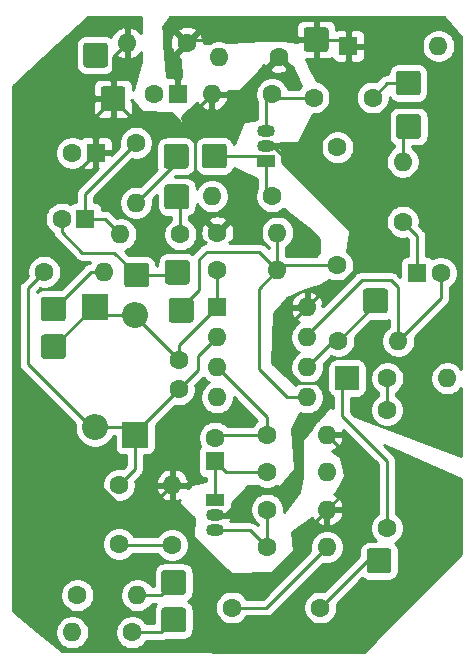
<source format=gbr>
%TF.GenerationSoftware,KiCad,Pcbnew,5.1.9*%
%TF.CreationDate,2021-04-20T14:37:20+02:00*%
%TF.ProjectId,ts908,74733930-382e-46b6-9963-61645f706362,rev?*%
%TF.SameCoordinates,Original*%
%TF.FileFunction,Copper,L1,Top*%
%TF.FilePolarity,Positive*%
%FSLAX46Y46*%
G04 Gerber Fmt 4.6, Leading zero omitted, Abs format (unit mm)*
G04 Created by KiCad (PCBNEW 5.1.9) date 2021-04-20 14:37:20*
%MOMM*%
%LPD*%
G01*
G04 APERTURE LIST*
%TA.AperFunction,ComponentPad*%
%ADD10C,1.600000*%
%TD*%
%TA.AperFunction,ComponentPad*%
%ADD11R,1.600000X1.600000*%
%TD*%
%TA.AperFunction,ComponentPad*%
%ADD12O,1.600000X1.600000*%
%TD*%
%TA.AperFunction,ComponentPad*%
%ADD13R,1.500000X1.050000*%
%TD*%
%TA.AperFunction,ComponentPad*%
%ADD14O,1.500000X1.050000*%
%TD*%
%TA.AperFunction,ComponentPad*%
%ADD15O,2.200000X2.200000*%
%TD*%
%TA.AperFunction,ComponentPad*%
%ADD16R,2.200000X2.200000*%
%TD*%
%TA.AperFunction,Conductor*%
%ADD17C,0.250000*%
%TD*%
%TA.AperFunction,Conductor*%
%ADD18C,0.254000*%
%TD*%
%TA.AperFunction,Conductor*%
%ADD19C,0.100000*%
%TD*%
G04 APERTURE END LIST*
D10*
%TO.P,C4,2*%
%TO.N,Net-(C4-Pad2)*%
X246170000Y-117700000D03*
D11*
%TO.P,C4,1*%
%TO.N,Net-(C4-Pad1)*%
X246170000Y-119700000D03*
%TD*%
D10*
%TO.P,C8,2*%
%TO.N,Net-(C8-Pad2)*%
X260720000Y-115350000D03*
%TO.P,C8,1*%
%TO.N,Net-(C8-Pad1)*%
X260720000Y-125350000D03*
%TD*%
%TO.P,P1,1*%
%TO.N,Net-(P1-Pad1)*%
%TA.AperFunction,ComponentPad*%
G36*
G01*
X231440000Y-107600001D02*
X231440000Y-105999999D01*
G75*
G02*
X231689999Y-105750000I249999J0D01*
G01*
X233290001Y-105750000D01*
G75*
G02*
X233540000Y-105999999I0J-249999D01*
G01*
X233540000Y-107600001D01*
G75*
G02*
X233290001Y-107850000I-249999J0D01*
G01*
X231689999Y-107850000D01*
G75*
G02*
X231440000Y-107600001I0J249999D01*
G01*
G37*
%TD.AperFunction*%
%TD*%
D12*
%TO.P,U1,8*%
%TO.N,+9V*%
X253960000Y-106670000D03*
%TO.P,U1,4*%
%TO.N,GND*%
X246340000Y-114290000D03*
%TO.P,U1,7*%
%TO.N,Net-(C9-Pad2)*%
X253960000Y-109210000D03*
%TO.P,U1,3*%
%TO.N,Net-(C4-Pad2)*%
X246340000Y-111750000D03*
%TO.P,U1,6*%
%TO.N,Net-(P3-Pad1)*%
X253960000Y-111750000D03*
%TO.P,U1,2*%
%TO.N,Net-(C5-Pad2)*%
X246340000Y-109210000D03*
%TO.P,U1,5*%
%TO.N,Net-(C7-Pad1)*%
X253960000Y-114290000D03*
D11*
%TO.P,U1,1*%
%TO.N,Net-(C5-Pad1)*%
X246340000Y-106670000D03*
%TD*%
D10*
%TO.P,R2,1*%
%TO.N,VCC*%
X251550000Y-85460000D03*
D12*
%TO.P,R2,2*%
%TO.N,GND*%
X246470000Y-85460000D03*
%TD*%
D10*
%TO.P,C6,2*%
%TO.N,Net-(C6-Pad2)*%
X238030000Y-126700000D03*
%TO.P,C6,1*%
%TO.N,Net-(C5-Pad2)*%
X238030000Y-121700000D03*
%TD*%
%TO.P,S3,1*%
%TO.N,Net-(Q2-Pad1)*%
%TA.AperFunction,ComponentPad*%
G36*
G01*
X245299999Y-92810000D02*
X246900001Y-92810000D01*
G75*
G02*
X247150000Y-93059999I0J-249999D01*
G01*
X247150000Y-94660001D01*
G75*
G02*
X246900001Y-94910000I-249999J0D01*
G01*
X245299999Y-94910000D01*
G75*
G02*
X245050000Y-94660001I0J249999D01*
G01*
X245050000Y-93059999D01*
G75*
G02*
X245299999Y-92810000I249999J0D01*
G01*
G37*
%TD.AperFunction*%
%TD*%
D12*
%TO.P,R19,2*%
%TO.N,GND*%
X234080000Y-134190000D03*
D10*
%TO.P,R19,1*%
%TO.N,Net-(R19-Pad1)*%
X239160000Y-134190000D03*
%TD*%
%TO.P,P5,1*%
%TO.N,Net-(C7-Pad1)*%
%TA.AperFunction,ComponentPad*%
G36*
G01*
X242250000Y-107720001D02*
X242250000Y-106119999D01*
G75*
G02*
X242499999Y-105870000I249999J0D01*
G01*
X244100001Y-105870000D01*
G75*
G02*
X244350000Y-106119999I0J-249999D01*
G01*
X244350000Y-107720001D01*
G75*
G02*
X244100001Y-107970000I-249999J0D01*
G01*
X242499999Y-107970000D01*
G75*
G02*
X242250000Y-107720001I0J249999D01*
G01*
G37*
%TD.AperFunction*%
%TD*%
D13*
%TO.P,Q2,1*%
%TO.N,Net-(Q2-Pad1)*%
X250470000Y-94250000D03*
D14*
%TO.P,Q2,3*%
%TO.N,Net-(C10-Pad1)*%
X250470000Y-91710000D03*
%TO.P,Q2,2*%
%TO.N,+9V*%
X250470000Y-92980000D03*
%TD*%
D10*
%TO.P,R13,1*%
%TO.N,Net-(C10-Pad1)*%
X250990000Y-88630000D03*
D12*
%TO.P,R13,2*%
%TO.N,VCC*%
X245910000Y-88630000D03*
%TD*%
%TO.P,R8,2*%
%TO.N,Net-(C7-Pad1)*%
X251460000Y-103505000D03*
D10*
%TO.P,R8,1*%
%TO.N,Net-(C5-Pad1)*%
X246380000Y-103505000D03*
%TD*%
D12*
%TO.P,R5,2*%
%TO.N,VCC*%
X255650000Y-117435000D03*
D10*
%TO.P,R5,1*%
%TO.N,Net-(C4-Pad2)*%
X250570000Y-117435000D03*
%TD*%
%TO.P,C11,2*%
%TO.N,Net-(C11-Pad2)*%
X233180000Y-99160000D03*
D11*
%TO.P,C11,1*%
%TO.N,Net-(C11-Pad1)*%
X235180000Y-99160000D03*
%TD*%
%TO.P,C2,1*%
%TO.N,VCC*%
X236080000Y-93590000D03*
D10*
%TO.P,C2,2*%
%TO.N,GND*%
X234080000Y-93590000D03*
%TD*%
%TO.P,C9,2*%
%TO.N,Net-(C9-Pad2)*%
X265290000Y-103750000D03*
D11*
%TO.P,C9,1*%
%TO.N,Net-(C9-Pad1)*%
X263290000Y-103750000D03*
%TD*%
%TO.P,C1,1*%
%TO.N,+9V*%
X243010000Y-88580000D03*
D10*
%TO.P,C1,2*%
%TO.N,GND*%
X241010000Y-88580000D03*
%TD*%
%TO.P,C7,2*%
%TO.N,GND*%
X256540000Y-93120000D03*
%TO.P,C7,1*%
%TO.N,Net-(C7-Pad1)*%
X256540000Y-103120000D03*
%TD*%
%TO.P,S1,1*%
%TO.N,Net-(C3-Pad2)*%
%TA.AperFunction,ComponentPad*%
G36*
G01*
X261100000Y-127329999D02*
X261100000Y-128930001D01*
G75*
G02*
X260850001Y-129180000I-249999J0D01*
G01*
X259249999Y-129180000D01*
G75*
G02*
X259000000Y-128930001I0J249999D01*
G01*
X259000000Y-127329999D01*
G75*
G02*
X259249999Y-127080000I249999J0D01*
G01*
X260850001Y-127080000D01*
G75*
G02*
X261100000Y-127329999I0J-249999D01*
G01*
G37*
%TD.AperFunction*%
%TD*%
D12*
%TO.P,R16,2*%
%TO.N,Net-(R16-Pad2)*%
X239480000Y-97810000D03*
D10*
%TO.P,R16,1*%
%TO.N,Net-(C11-Pad1)*%
X239480000Y-92730000D03*
%TD*%
D12*
%TO.P,R18,2*%
%TO.N,Net-(R18-Pad2)*%
X239600000Y-131040000D03*
D10*
%TO.P,R18,1*%
%TO.N,GND*%
X234520000Y-131040000D03*
%TD*%
D13*
%TO.P,Q1,1*%
%TO.N,Net-(C4-Pad1)*%
X246200000Y-123010000D03*
D14*
%TO.P,Q1,3*%
%TO.N,Net-(Q1-Pad3)*%
X246200000Y-125550000D03*
%TO.P,Q1,2*%
%TO.N,+9V*%
X246200000Y-124280000D03*
%TD*%
%TO.P,P3,1*%
%TO.N,Net-(P3-Pad1)*%
%TA.AperFunction,ComponentPad*%
G36*
G01*
X260560001Y-107160000D02*
X258959999Y-107160000D01*
G75*
G02*
X258710000Y-106910001I0J249999D01*
G01*
X258710000Y-105309999D01*
G75*
G02*
X258959999Y-105060000I249999J0D01*
G01*
X260560001Y-105060000D01*
G75*
G02*
X260810000Y-105309999I0J-249999D01*
G01*
X260810000Y-106910001D01*
G75*
G02*
X260560001Y-107160000I-249999J0D01*
G01*
G37*
%TD.AperFunction*%
%TD*%
%TO.P,S7,1*%
%TO.N,Net-(R19-Pad1)*%
%TA.AperFunction,ComponentPad*%
G36*
G01*
X241620000Y-133925001D02*
X241620000Y-132324999D01*
G75*
G02*
X241869999Y-132075000I249999J0D01*
G01*
X243470001Y-132075000D01*
G75*
G02*
X243720000Y-132324999I0J-249999D01*
G01*
X243720000Y-133925001D01*
G75*
G02*
X243470001Y-134175000I-249999J0D01*
G01*
X241869999Y-134175000D01*
G75*
G02*
X241620000Y-133925001I0J249999D01*
G01*
G37*
%TD.AperFunction*%
%TD*%
D12*
%TO.P,R7,2*%
%TO.N,VCC*%
X242540000Y-121710000D03*
D10*
%TO.P,R7,1*%
%TO.N,Net-(C6-Pad2)*%
X242540000Y-126790000D03*
%TD*%
%TO.P,S4,1*%
%TO.N,Net-(R15-Pad1)*%
%TA.AperFunction,ComponentPad*%
G36*
G01*
X243980000Y-96509999D02*
X243980000Y-98110001D01*
G75*
G02*
X243730001Y-98360000I-249999J0D01*
G01*
X242129999Y-98360000D01*
G75*
G02*
X241880000Y-98110001I0J249999D01*
G01*
X241880000Y-96509999D01*
G75*
G02*
X242129999Y-96260000I249999J0D01*
G01*
X243730001Y-96260000D01*
G75*
G02*
X243980000Y-96509999I0J-249999D01*
G01*
G37*
%TD.AperFunction*%
%TD*%
D12*
%TO.P,R15,2*%
%TO.N,Net-(C11-Pad1)*%
X238160000Y-100490000D03*
D10*
%TO.P,R15,1*%
%TO.N,Net-(R15-Pad1)*%
X243240000Y-100490000D03*
%TD*%
%TO.P,S2,1*%
%TO.N,Net-(C11-Pad2)*%
%TA.AperFunction,ComponentPad*%
G36*
G01*
X240330001Y-104980000D02*
X238729999Y-104980000D01*
G75*
G02*
X238480000Y-104730001I0J249999D01*
G01*
X238480000Y-103129999D01*
G75*
G02*
X238729999Y-102880000I249999J0D01*
G01*
X240330001Y-102880000D01*
G75*
G02*
X240580000Y-103129999I0J-249999D01*
G01*
X240580000Y-104730001D01*
G75*
G02*
X240330001Y-104980000I-249999J0D01*
G01*
G37*
%TD.AperFunction*%
%TD*%
%TO.P,9V1,1*%
%TO.N,+9V*%
%TA.AperFunction,ComponentPad*%
G36*
G01*
X255530001Y-85040000D02*
X253929999Y-85040000D01*
G75*
G02*
X253680000Y-84790001I0J249999D01*
G01*
X253680000Y-83189999D01*
G75*
G02*
X253929999Y-82940000I249999J0D01*
G01*
X255530001Y-82940000D01*
G75*
G02*
X255780000Y-83189999I0J-249999D01*
G01*
X255780000Y-84790001D01*
G75*
G02*
X255530001Y-85040000I-249999J0D01*
G01*
G37*
%TD.AperFunction*%
%TD*%
D12*
%TO.P,R1,2*%
%TO.N,VCC*%
X238720000Y-84280000D03*
D10*
%TO.P,R1,1*%
%TO.N,+9V*%
X243800000Y-84280000D03*
%TD*%
D15*
%TO.P,D3,2*%
%TO.N,Net-(C5-Pad2)*%
X236010000Y-116810000D03*
D16*
%TO.P,D3,1*%
%TO.N,Net-(C5-Pad1)*%
X236010000Y-106650000D03*
%TD*%
%TO.P,S8,1*%
%TO.N,Net-(R18-Pad2)*%
%TA.AperFunction,ComponentPad*%
G36*
G01*
X241620000Y-130750001D02*
X241620000Y-129149999D01*
G75*
G02*
X241869999Y-128900000I249999J0D01*
G01*
X243470001Y-128900000D01*
G75*
G02*
X243720000Y-129149999I0J-249999D01*
G01*
X243720000Y-130750001D01*
G75*
G02*
X243470001Y-131000000I-249999J0D01*
G01*
X241869999Y-131000000D01*
G75*
G02*
X241620000Y-130750001I0J249999D01*
G01*
G37*
%TD.AperFunction*%
%TD*%
D12*
%TO.P,R3,2*%
%TO.N,Net-(C3-Pad1)*%
X255650000Y-126960000D03*
D10*
%TO.P,R3,1*%
%TO.N,Net-(Q1-Pad3)*%
X250570000Y-126960000D03*
%TD*%
%TO.P,GND1,1*%
%TO.N,GND*%
%TA.AperFunction,ComponentPad*%
G36*
G01*
X236860001Y-86370000D02*
X235259999Y-86370000D01*
G75*
G02*
X235010000Y-86120001I0J249999D01*
G01*
X235010000Y-84519999D01*
G75*
G02*
X235259999Y-84270000I249999J0D01*
G01*
X236860001Y-84270000D01*
G75*
G02*
X237110000Y-84519999I0J-249999D01*
G01*
X237110000Y-86120001D01*
G75*
G02*
X236860001Y-86370000I-249999J0D01*
G01*
G37*
%TD.AperFunction*%
%TD*%
%TO.P,P7,1*%
%TO.N,Net-(C10-Pad2)*%
%TA.AperFunction,ComponentPad*%
G36*
G01*
X263340001Y-88720000D02*
X261739999Y-88720000D01*
G75*
G02*
X261490000Y-88470001I0J249999D01*
G01*
X261490000Y-86869999D01*
G75*
G02*
X261739999Y-86620000I249999J0D01*
G01*
X263340001Y-86620000D01*
G75*
G02*
X263590000Y-86869999I0J-249999D01*
G01*
X263590000Y-88470001D01*
G75*
G02*
X263340001Y-88720000I-249999J0D01*
G01*
G37*
%TD.AperFunction*%
%TD*%
D12*
%TO.P,R10,2*%
%TO.N,GND*%
X265840000Y-112680000D03*
D10*
%TO.P,R10,1*%
%TO.N,Net-(C8-Pad2)*%
X260760000Y-112680000D03*
%TD*%
%TO.P,S5,1*%
%TO.N,Net-(R16-Pad2)*%
%TA.AperFunction,ComponentPad*%
G36*
G01*
X243680001Y-94930000D02*
X242079999Y-94930000D01*
G75*
G02*
X241830000Y-94680001I0J249999D01*
G01*
X241830000Y-93079999D01*
G75*
G02*
X242079999Y-92830000I249999J0D01*
G01*
X243680001Y-92830000D01*
G75*
G02*
X243930000Y-93079999I0J-249999D01*
G01*
X243930000Y-94680001D01*
G75*
G02*
X243680001Y-94930000I-249999J0D01*
G01*
G37*
%TD.AperFunction*%
%TD*%
%TO.P,C5,2*%
%TO.N,Net-(C5-Pad2)*%
X243120000Y-113600000D03*
%TO.P,C5,1*%
%TO.N,Net-(C5-Pad1)*%
X243120000Y-111100000D03*
%TD*%
D12*
%TO.P,R4,2*%
%TO.N,VCC*%
X255650000Y-123785000D03*
D10*
%TO.P,R4,1*%
%TO.N,Net-(Q1-Pad3)*%
X250570000Y-123785000D03*
%TD*%
D12*
%TO.P,D1,2*%
%TO.N,GND*%
X265090000Y-84540000D03*
D11*
%TO.P,D1,1*%
%TO.N,+9V*%
X257470000Y-84540000D03*
%TD*%
%TO.P,P2,1*%
%TO.N,Net-(C5-Pad1)*%
%TA.AperFunction,ComponentPad*%
G36*
G01*
X231450000Y-110800001D02*
X231450000Y-109199999D01*
G75*
G02*
X231699999Y-108950000I249999J0D01*
G01*
X233300001Y-108950000D01*
G75*
G02*
X233550000Y-109199999I0J-249999D01*
G01*
X233550000Y-110800001D01*
G75*
G02*
X233300001Y-111050000I-249999J0D01*
G01*
X231699999Y-111050000D01*
G75*
G02*
X231450000Y-110800001I0J249999D01*
G01*
G37*
%TD.AperFunction*%
%TD*%
%TO.P,P8,1*%
%TO.N,VCC*%
%TA.AperFunction,ComponentPad*%
G36*
G01*
X236739999Y-87960000D02*
X238340001Y-87960000D01*
G75*
G02*
X238590000Y-88209999I0J-249999D01*
G01*
X238590000Y-89810001D01*
G75*
G02*
X238340001Y-90060000I-249999J0D01*
G01*
X236739999Y-90060000D01*
G75*
G02*
X236490000Y-89810001I0J249999D01*
G01*
X236490000Y-88209999D01*
G75*
G02*
X236739999Y-87960000I249999J0D01*
G01*
G37*
%TD.AperFunction*%
%TD*%
D12*
%TO.P,R11,2*%
%TO.N,Net-(C9-Pad2)*%
X261690000Y-109510000D03*
D10*
%TO.P,R11,1*%
%TO.N,Net-(P3-Pad1)*%
X256610000Y-109510000D03*
%TD*%
%TO.P,C10,2*%
%TO.N,Net-(C10-Pad2)*%
X259510000Y-88900000D03*
%TO.P,C10,1*%
%TO.N,Net-(C10-Pad1)*%
X254510000Y-88900000D03*
%TD*%
%TO.P,C3,2*%
%TO.N,Net-(C3-Pad2)*%
X255090000Y-132080000D03*
%TO.P,C3,1*%
%TO.N,Net-(C3-Pad1)*%
X247590000Y-132080000D03*
%TD*%
D12*
%TO.P,R6,2*%
%TO.N,Net-(P1-Pad1)*%
X236790000Y-103650000D03*
D10*
%TO.P,R6,1*%
%TO.N,Net-(C5-Pad2)*%
X231710000Y-103650000D03*
%TD*%
%TO.P,P4,1*%
%TO.N,Net-(C8-Pad1)*%
%TA.AperFunction,ComponentPad*%
G36*
G01*
X256300000Y-113450001D02*
X256300000Y-111849999D01*
G75*
G02*
X256549999Y-111600000I249999J0D01*
G01*
X258150001Y-111600000D01*
G75*
G02*
X258400000Y-111849999I0J-249999D01*
G01*
X258400000Y-113450001D01*
G75*
G02*
X258150001Y-113700000I-249999J0D01*
G01*
X256549999Y-113700000D01*
G75*
G02*
X256300000Y-113450001I0J249999D01*
G01*
G37*
%TD.AperFunction*%
%TD*%
D12*
%TO.P,R12,2*%
%TO.N,Net-(P6-Pad1)*%
X262060000Y-94330000D03*
D10*
%TO.P,R12,1*%
%TO.N,Net-(C9-Pad1)*%
X262060000Y-99410000D03*
%TD*%
%TO.P,P6,1*%
%TO.N,Net-(P6-Pad1)*%
%TA.AperFunction,ComponentPad*%
G36*
G01*
X263360001Y-92400000D02*
X261759999Y-92400000D01*
G75*
G02*
X261510000Y-92150001I0J249999D01*
G01*
X261510000Y-90549999D01*
G75*
G02*
X261759999Y-90300000I249999J0D01*
G01*
X263360001Y-90300000D01*
G75*
G02*
X263610000Y-90549999I0J-249999D01*
G01*
X263610000Y-92150001D01*
G75*
G02*
X263360001Y-92400000I-249999J0D01*
G01*
G37*
%TD.AperFunction*%
%TD*%
%TO.P,S6,1*%
%TO.N,Net-(C11-Pad2)*%
%TA.AperFunction,ComponentPad*%
G36*
G01*
X244030000Y-102889999D02*
X244030000Y-104490001D01*
G75*
G02*
X243780001Y-104740000I-249999J0D01*
G01*
X242179999Y-104740000D01*
G75*
G02*
X241930000Y-104490001I0J249999D01*
G01*
X241930000Y-102889999D01*
G75*
G02*
X242179999Y-102640000I249999J0D01*
G01*
X243780001Y-102640000D01*
G75*
G02*
X244030000Y-102889999I0J-249999D01*
G01*
G37*
%TD.AperFunction*%
%TD*%
D12*
%TO.P,R9,2*%
%TO.N,Net-(C7-Pad1)*%
X251460000Y-100330000D03*
D10*
%TO.P,R9,1*%
%TO.N,VCC*%
X246380000Y-100330000D03*
%TD*%
D12*
%TO.P,R14,2*%
%TO.N,GND*%
X245910000Y-97260000D03*
D10*
%TO.P,R14,1*%
%TO.N,Net-(Q2-Pad1)*%
X250990000Y-97260000D03*
%TD*%
D12*
%TO.P,R17,2*%
%TO.N,GND*%
X255650000Y-120610000D03*
D10*
%TO.P,R17,1*%
%TO.N,Net-(C4-Pad1)*%
X250570000Y-120610000D03*
%TD*%
D15*
%TO.P,D2,2*%
%TO.N,Net-(C5-Pad1)*%
X239400000Y-107280000D03*
D16*
%TO.P,D2,1*%
%TO.N,Net-(C5-Pad2)*%
X239400000Y-117440000D03*
%TD*%
D17*
%TO.N,+9V*%
X243010000Y-85070000D02*
X243800000Y-84280000D01*
X243010000Y-88580000D02*
X243010000Y-85070000D01*
X250470000Y-92980000D02*
X249870000Y-92980000D01*
X256920000Y-83990000D02*
X257470000Y-84540000D01*
X254730000Y-83990000D02*
X256920000Y-83990000D01*
X251060002Y-92980000D02*
X250470000Y-92980000D01*
X258130000Y-100049998D02*
X251060002Y-92980000D01*
X246200000Y-124280000D02*
X246990000Y-124280000D01*
X246990000Y-124280000D02*
X249130000Y-122140000D01*
X249130000Y-122140000D02*
X251760000Y-122140000D01*
X251760000Y-122140000D02*
X253210000Y-120690000D01*
X253210000Y-120690000D02*
X253210000Y-117280000D01*
X253210000Y-117280000D02*
X255360000Y-115130000D01*
X255360000Y-115130000D02*
X255360000Y-113590000D01*
X255360000Y-113590000D02*
X254800000Y-113030000D01*
X254800000Y-113030000D02*
X253336410Y-113030000D01*
X253336410Y-113030000D02*
X252360000Y-112053590D01*
X252360000Y-108270000D02*
X253960000Y-106670000D01*
X252360000Y-112053590D02*
X252360000Y-108270000D01*
X244090000Y-83990000D02*
X243800000Y-84280000D01*
X254730000Y-83990000D02*
X244090000Y-83990000D01*
X250470000Y-92980000D02*
X253350000Y-92980000D01*
X257470000Y-88860000D02*
X257470000Y-84540000D01*
X253350000Y-92980000D02*
X257470000Y-88860000D01*
X253960000Y-106670000D02*
X256170000Y-104460000D01*
X256170000Y-104460000D02*
X257130000Y-104460000D01*
X258130000Y-103460000D02*
X258130000Y-103340000D01*
X257130000Y-104460000D02*
X258130000Y-103460000D01*
X258130000Y-103340000D02*
X258130000Y-100049998D01*
%TO.N,VCC*%
X255650000Y-117435000D02*
X257450000Y-119235000D01*
X257450000Y-121985000D02*
X255650000Y-123785000D01*
X257450000Y-119235000D02*
X257450000Y-121985000D01*
X248380000Y-88630000D02*
X251550000Y-85460000D01*
X245910000Y-88630000D02*
X248380000Y-88630000D01*
X246380000Y-100330000D02*
X248040000Y-98670000D01*
X248040000Y-98670000D02*
X248040000Y-96840000D01*
X248040000Y-96840000D02*
X246850000Y-95650000D01*
X246850000Y-95650000D02*
X245060000Y-95650000D01*
X245060000Y-95650000D02*
X244440000Y-95030000D01*
X244440000Y-95030000D02*
X244440000Y-92660000D01*
X239220000Y-90690000D02*
X237540000Y-89010000D01*
X242470000Y-90690000D02*
X239220000Y-90690000D01*
X236080000Y-90470000D02*
X237540000Y-89010000D01*
X236080000Y-93590000D02*
X236080000Y-90470000D01*
X237540000Y-85460000D02*
X238720000Y-84280000D01*
X237540000Y-89010000D02*
X237540000Y-85460000D01*
X243655000Y-90885000D02*
X243655000Y-91875000D01*
X245910000Y-88630000D02*
X243655000Y-90885000D01*
X243655000Y-91875000D02*
X242470000Y-90690000D01*
X244440000Y-92660000D02*
X243655000Y-91875000D01*
X242540000Y-123317095D02*
X244120000Y-124897095D01*
X242540000Y-121710000D02*
X242540000Y-123317095D01*
X244120000Y-124897095D02*
X244120000Y-126180000D01*
X244120000Y-126180000D02*
X247530000Y-129590000D01*
X247530000Y-129590000D02*
X251110000Y-129590000D01*
X251110000Y-129590000D02*
X253240000Y-127460000D01*
X253240000Y-126195000D02*
X255650000Y-123785000D01*
X253240000Y-127460000D02*
X253240000Y-126195000D01*
X242540000Y-121710000D02*
X239670000Y-124580000D01*
X239244998Y-124580000D02*
X229859991Y-115194993D01*
X239670000Y-124580000D02*
X239244998Y-124580000D01*
X229859991Y-97580009D02*
X231220000Y-96220000D01*
X233450000Y-96220000D02*
X236080000Y-93590000D01*
X231220000Y-96220000D02*
X233450000Y-96220000D01*
%TO.N,Net-(C3-Pad1)*%
X250530000Y-132080000D02*
X255650000Y-126960000D01*
X247590000Y-132080000D02*
X250530000Y-132080000D01*
%TO.N,Net-(C3-Pad2)*%
X259040000Y-128130000D02*
X255090000Y-132080000D01*
X260050000Y-128130000D02*
X259040000Y-128130000D01*
%TO.N,Net-(C4-Pad2)*%
X246435000Y-117435000D02*
X246170000Y-117700000D01*
X250570000Y-117435000D02*
X246435000Y-117435000D01*
X250570000Y-115980000D02*
X250570000Y-117435000D01*
X246340000Y-111750000D02*
X250570000Y-115980000D01*
%TO.N,Net-(C4-Pad1)*%
X247080000Y-120610000D02*
X246170000Y-119700000D01*
X250570000Y-120610000D02*
X247080000Y-120610000D01*
X246200000Y-119730000D02*
X246170000Y-119700000D01*
X246200000Y-123010000D02*
X246200000Y-119730000D01*
%TO.N,Net-(C5-Pad1)*%
X246340000Y-103545000D02*
X246380000Y-103505000D01*
X246340000Y-106670000D02*
X246340000Y-103545000D01*
X239400000Y-107380000D02*
X239400000Y-107280000D01*
X243120000Y-111100000D02*
X239400000Y-107380000D01*
X236640000Y-107280000D02*
X236010000Y-106650000D01*
X239400000Y-107280000D02*
X236640000Y-107280000D01*
X235850000Y-106650000D02*
X232500000Y-110000000D01*
X236010000Y-106650000D02*
X235850000Y-106650000D01*
X243120000Y-109890000D02*
X243120000Y-111100000D01*
X246340000Y-106670000D02*
X243120000Y-109890000D01*
%TO.N,Net-(C5-Pad2)*%
X238770000Y-116810000D02*
X239400000Y-117440000D01*
X236010000Y-116810000D02*
X238770000Y-116810000D01*
X239400000Y-120330000D02*
X238030000Y-121700000D01*
X239400000Y-117440000D02*
X239400000Y-120330000D01*
X239400000Y-117320000D02*
X243120000Y-113600000D01*
X239400000Y-117440000D02*
X239400000Y-117320000D01*
X243120000Y-113600000D02*
X244760000Y-111960000D01*
X244760000Y-110790000D02*
X246340000Y-109210000D01*
X244760000Y-111960000D02*
X244760000Y-110790000D01*
X231710000Y-103650000D02*
X230310000Y-105050000D01*
X230310000Y-105050000D02*
X230310000Y-111460000D01*
X235660000Y-116810000D02*
X236010000Y-116810000D01*
X230310000Y-111460000D02*
X235660000Y-116810000D01*
%TO.N,Net-(C6-Pad2)*%
X238120000Y-126790000D02*
X238030000Y-126700000D01*
X242540000Y-126790000D02*
X238120000Y-126790000D01*
%TO.N,Net-(C8-Pad2)*%
X260340000Y-114970000D02*
X260720000Y-115350000D01*
X260720000Y-112720000D02*
X260760000Y-112680000D01*
X260720000Y-115350000D02*
X260720000Y-112720000D01*
%TO.N,Net-(C8-Pad1)*%
X260720000Y-119650000D02*
X260720000Y-125350000D01*
X256950000Y-115880000D02*
X260720000Y-119650000D01*
X256950000Y-113050000D02*
X257350000Y-112650000D01*
X256950000Y-115880000D02*
X256950000Y-113050000D01*
%TO.N,Net-(C9-Pad1)*%
X263290000Y-100640000D02*
X262060000Y-99410000D01*
X263290000Y-103750000D02*
X263290000Y-100640000D01*
%TO.N,Net-(C9-Pad2)*%
X265290000Y-105910000D02*
X261690000Y-109510000D01*
X265290000Y-103750000D02*
X265290000Y-105910000D01*
X261690000Y-109510000D02*
X261690000Y-104980000D01*
X261690000Y-104980000D02*
X261050000Y-104340000D01*
X261050000Y-104340000D02*
X258590000Y-104340000D01*
X258590000Y-104340000D02*
X253960000Y-108970000D01*
X253960000Y-108970000D02*
X253960000Y-109210000D01*
%TO.N,Net-(C10-Pad1)*%
X251260000Y-88900000D02*
X250990000Y-88630000D01*
X254510000Y-88900000D02*
X251260000Y-88900000D01*
X250470000Y-89150000D02*
X250990000Y-88630000D01*
X250470000Y-91710000D02*
X250470000Y-89150000D01*
%TO.N,Net-(C10-Pad2)*%
X260740000Y-87670000D02*
X259510000Y-88900000D01*
X262540000Y-87670000D02*
X260740000Y-87670000D01*
%TO.N,Net-(C11-Pad2)*%
X242740000Y-103930000D02*
X242980000Y-103690000D01*
X239530000Y-103930000D02*
X242740000Y-103930000D01*
X233180000Y-100291370D02*
X234948630Y-102060000D01*
X233180000Y-99160000D02*
X233180000Y-100291370D01*
X237660000Y-102060000D02*
X239530000Y-103930000D01*
X234948630Y-102060000D02*
X237660000Y-102060000D01*
%TO.N,Net-(C11-Pad1)*%
X236830000Y-99160000D02*
X238160000Y-100490000D01*
X235180000Y-99160000D02*
X236830000Y-99160000D01*
X235180000Y-97030000D02*
X239480000Y-92730000D01*
X235180000Y-99160000D02*
X235180000Y-97030000D01*
%TO.N,Net-(Q1-Pad3)*%
X250570000Y-123785000D02*
X250570000Y-126960000D01*
X249160000Y-125550000D02*
X250570000Y-126960000D01*
X246200000Y-125550000D02*
X249160000Y-125550000D01*
%TO.N,Net-(C7-Pad1)*%
X251460000Y-100330000D02*
X251460000Y-103505000D01*
X251845000Y-103120000D02*
X251460000Y-103505000D01*
X256540000Y-103120000D02*
X251845000Y-103120000D01*
X243300000Y-106920000D02*
X243300000Y-106730000D01*
X243300000Y-106730000D02*
X244840000Y-105190000D01*
X244840000Y-105190000D02*
X244840000Y-102590000D01*
X244840000Y-102590000D02*
X245460000Y-101970000D01*
X249925000Y-101970000D02*
X251460000Y-103505000D01*
X245460000Y-101970000D02*
X249925000Y-101970000D01*
X253960000Y-114290000D02*
X252260000Y-114290000D01*
X252260000Y-114290000D02*
X249890000Y-111920000D01*
X249890000Y-105075000D02*
X251460000Y-103505000D01*
X249890000Y-111920000D02*
X249890000Y-105075000D01*
%TO.N,Net-(P1-Pad1)*%
X232508630Y-106800000D02*
X232490000Y-106800000D01*
X235658630Y-103650000D02*
X232508630Y-106800000D01*
X236790000Y-103650000D02*
X235658630Y-103650000D01*
%TO.N,Net-(P3-Pad1)*%
X256200000Y-109510000D02*
X256610000Y-109510000D01*
X253960000Y-111750000D02*
X256200000Y-109510000D01*
X259760000Y-106360000D02*
X256610000Y-109510000D01*
X259760000Y-106110000D02*
X259760000Y-106360000D01*
%TO.N,Net-(P6-Pad1)*%
X262060000Y-91850000D02*
X262560000Y-91350000D01*
X262060000Y-94330000D02*
X262060000Y-91850000D01*
%TO.N,Net-(Q2-Pad1)*%
X250080000Y-93860000D02*
X250470000Y-94250000D01*
X246100000Y-93860000D02*
X250080000Y-93860000D01*
X250470000Y-96740000D02*
X250990000Y-97260000D01*
X250470000Y-94250000D02*
X250470000Y-96740000D01*
%TO.N,Net-(R15-Pad1)*%
X243240000Y-97620000D02*
X242930000Y-97310000D01*
X243240000Y-100490000D02*
X243240000Y-97620000D01*
%TO.N,Net-(R16-Pad2)*%
X242880000Y-94410000D02*
X239480000Y-97810000D01*
X242880000Y-93880000D02*
X242880000Y-94410000D01*
%TO.N,Net-(R18-Pad2)*%
X241580000Y-131040000D02*
X242670000Y-129950000D01*
X239600000Y-131040000D02*
X241580000Y-131040000D01*
%TO.N,Net-(R19-Pad1)*%
X241605000Y-134190000D02*
X242670000Y-133125000D01*
X239160000Y-134190000D02*
X241605000Y-134190000D01*
%TD*%
D18*
%TO.N,VCC*%
X239883022Y-82802501D02*
X239891736Y-83462578D01*
X239783519Y-83316586D01*
X239575131Y-83127615D01*
X239333881Y-82982930D01*
X239069040Y-82888091D01*
X238847000Y-83009376D01*
X238847000Y-84153000D01*
X238867000Y-84153000D01*
X238867000Y-84407000D01*
X238847000Y-84407000D01*
X238847000Y-85550624D01*
X239069040Y-85671909D01*
X239333881Y-85577070D01*
X239575131Y-85432385D01*
X239783519Y-85243414D01*
X239912940Y-85068816D01*
X239922766Y-85813142D01*
X239226849Y-88264318D01*
X239228072Y-87960000D01*
X239215812Y-87835518D01*
X239179502Y-87715820D01*
X239120537Y-87605506D01*
X239041185Y-87508815D01*
X238944494Y-87429463D01*
X238834180Y-87370498D01*
X238714482Y-87334188D01*
X238590000Y-87321928D01*
X237825750Y-87325000D01*
X237667000Y-87483750D01*
X237667000Y-88883000D01*
X237687000Y-88883000D01*
X237687000Y-89137000D01*
X237667000Y-89137000D01*
X237667000Y-90536250D01*
X237825750Y-90695000D01*
X238590000Y-90698072D01*
X238714482Y-90685812D01*
X238834180Y-90649502D01*
X238944494Y-90590537D01*
X239041185Y-90511185D01*
X239120537Y-90414494D01*
X239179502Y-90304180D01*
X239215812Y-90184482D01*
X239228072Y-90060000D01*
X239225000Y-89295750D01*
X239066252Y-89137002D01*
X239103050Y-89137002D01*
X239986153Y-90105567D01*
X240004649Y-90122231D01*
X240026041Y-90134967D01*
X240049507Y-90143285D01*
X240077935Y-90146983D01*
X242481493Y-90186065D01*
X243204355Y-91013552D01*
X243222493Y-91030606D01*
X243243609Y-91043794D01*
X243266893Y-91052609D01*
X243291449Y-91056712D01*
X243316333Y-91055945D01*
X243340590Y-91050339D01*
X243363287Y-91040108D01*
X243383552Y-91025645D01*
X243400606Y-91007507D01*
X243413794Y-90986391D01*
X243422609Y-90963107D01*
X243426712Y-90938551D01*
X243426661Y-90920732D01*
X243400985Y-90569824D01*
X244003159Y-89984979D01*
X244054180Y-89969502D01*
X244164494Y-89910537D01*
X244261185Y-89831185D01*
X244340537Y-89734494D01*
X244399502Y-89624180D01*
X244409883Y-89589959D01*
X244666395Y-89340829D01*
X244678963Y-89367420D01*
X244846481Y-89593414D01*
X245054869Y-89782385D01*
X245296119Y-89927070D01*
X245560960Y-90021909D01*
X245783000Y-89900624D01*
X245783000Y-88757000D01*
X246037000Y-88757000D01*
X246037000Y-89900624D01*
X246259040Y-90021909D01*
X246523881Y-89927070D01*
X246765131Y-89782385D01*
X246973519Y-89593414D01*
X247141037Y-89367420D01*
X247261246Y-89113087D01*
X247301904Y-88979039D01*
X247179915Y-88757000D01*
X246037000Y-88757000D01*
X245783000Y-88757000D01*
X245763000Y-88757000D01*
X245763000Y-88503000D01*
X245783000Y-88503000D01*
X245783000Y-88483000D01*
X246037000Y-88483000D01*
X246037000Y-88503000D01*
X247179915Y-88503000D01*
X247254061Y-88368044D01*
X247271088Y-88377203D01*
X247294893Y-88384494D01*
X247324377Y-88386925D01*
X248194377Y-88356925D01*
X248219054Y-88353632D01*
X248242615Y-88345588D01*
X248264155Y-88333102D01*
X248282624Y-88316890D01*
X250031409Y-86452702D01*
X250736903Y-86452702D01*
X250808486Y-86696671D01*
X251063996Y-86817571D01*
X251338184Y-86886300D01*
X251620512Y-86900217D01*
X251900130Y-86858787D01*
X252166292Y-86763603D01*
X252291514Y-86696671D01*
X252363097Y-86452702D01*
X251550000Y-85639605D01*
X250736903Y-86452702D01*
X250031409Y-86452702D01*
X250252624Y-86216890D01*
X250267795Y-86197150D01*
X250278824Y-86174830D01*
X250284034Y-86157287D01*
X250285683Y-86149792D01*
X250313329Y-86201514D01*
X250557298Y-86273097D01*
X251370395Y-85460000D01*
X251356253Y-85445858D01*
X251535858Y-85266253D01*
X251550000Y-85280395D01*
X251564143Y-85266253D01*
X251743748Y-85445858D01*
X251729605Y-85460000D01*
X252542702Y-86273097D01*
X252678364Y-86233292D01*
X253412261Y-87968343D01*
X253395363Y-87985241D01*
X253291957Y-88140000D01*
X252340267Y-88140000D01*
X252261680Y-87950273D01*
X252104637Y-87715241D01*
X251904759Y-87515363D01*
X251669727Y-87358320D01*
X251408574Y-87250147D01*
X251131335Y-87195000D01*
X250848665Y-87195000D01*
X250571426Y-87250147D01*
X250310273Y-87358320D01*
X250075241Y-87515363D01*
X249875363Y-87715241D01*
X249718320Y-87950273D01*
X249610147Y-88211426D01*
X249555000Y-88488665D01*
X249555000Y-88771335D01*
X249610147Y-89048574D01*
X249710001Y-89289643D01*
X249710000Y-90680654D01*
X249597421Y-90740829D01*
X249486747Y-90831656D01*
X248657509Y-90913616D01*
X248633092Y-90918481D01*
X248610094Y-90928017D01*
X248589398Y-90941855D01*
X248571800Y-90959466D01*
X248553861Y-90988611D01*
X247747813Y-92810280D01*
X247720472Y-92720149D01*
X247638405Y-92566613D01*
X247527962Y-92432038D01*
X247393387Y-92321595D01*
X247239851Y-92239528D01*
X247073255Y-92188992D01*
X246900001Y-92171928D01*
X245299999Y-92171928D01*
X245126745Y-92188992D01*
X244960149Y-92239528D01*
X244806613Y-92321595D01*
X244672038Y-92432038D01*
X244561595Y-92566613D01*
X244484655Y-92710557D01*
X244418405Y-92586613D01*
X244307962Y-92452038D01*
X244173387Y-92341595D01*
X244019851Y-92259528D01*
X243853255Y-92208992D01*
X243680001Y-92191928D01*
X242079999Y-92191928D01*
X241906745Y-92208992D01*
X241740149Y-92259528D01*
X241586613Y-92341595D01*
X241452038Y-92452038D01*
X241341595Y-92586613D01*
X241259528Y-92740149D01*
X241208992Y-92906745D01*
X241191928Y-93079999D01*
X241191928Y-94680001D01*
X241208992Y-94853255D01*
X241244590Y-94970608D01*
X239803887Y-96411312D01*
X239621335Y-96375000D01*
X239338665Y-96375000D01*
X239061426Y-96430147D01*
X238800273Y-96538320D01*
X238565241Y-96695363D01*
X238365363Y-96895241D01*
X238208320Y-97130273D01*
X238100147Y-97391426D01*
X238045000Y-97668665D01*
X238045000Y-97951335D01*
X238100147Y-98228574D01*
X238208320Y-98489727D01*
X238365363Y-98724759D01*
X238565241Y-98924637D01*
X238800273Y-99081680D01*
X239061426Y-99189853D01*
X239338665Y-99245000D01*
X239621335Y-99245000D01*
X239898574Y-99189853D01*
X240159727Y-99081680D01*
X240394759Y-98924637D01*
X240594637Y-98724759D01*
X240751680Y-98489727D01*
X240859853Y-98228574D01*
X240915000Y-97951335D01*
X240915000Y-97668665D01*
X240878688Y-97486113D01*
X241241928Y-97122873D01*
X241241928Y-98110001D01*
X241258992Y-98283255D01*
X241309528Y-98449851D01*
X241391595Y-98603387D01*
X241502038Y-98737962D01*
X241636613Y-98848405D01*
X241790149Y-98930472D01*
X241956745Y-98981008D01*
X242129999Y-98998072D01*
X242480001Y-98998072D01*
X242480000Y-99271956D01*
X242325241Y-99375363D01*
X242125363Y-99575241D01*
X241968320Y-99810273D01*
X241860147Y-100071426D01*
X241805000Y-100348665D01*
X241805000Y-100631335D01*
X241860147Y-100908574D01*
X241968320Y-101169727D01*
X242125363Y-101404759D01*
X242325241Y-101604637D01*
X242560273Y-101761680D01*
X242821426Y-101869853D01*
X243098665Y-101925000D01*
X243381335Y-101925000D01*
X243658574Y-101869853D01*
X243919727Y-101761680D01*
X244154759Y-101604637D01*
X244354637Y-101404759D01*
X244511680Y-101169727D01*
X244619853Y-100908574D01*
X244675000Y-100631335D01*
X244675000Y-100348665D01*
X244619853Y-100071426D01*
X244511680Y-99810273D01*
X244354637Y-99575241D01*
X244154759Y-99375363D01*
X244097791Y-99337298D01*
X245566903Y-99337298D01*
X246380000Y-100150395D01*
X247193097Y-99337298D01*
X247121514Y-99093329D01*
X246866004Y-98972429D01*
X246591816Y-98903700D01*
X246309488Y-98889783D01*
X246029870Y-98931213D01*
X245763708Y-99026397D01*
X245638486Y-99093329D01*
X245566903Y-99337298D01*
X244097791Y-99337298D01*
X244000000Y-99271957D01*
X244000000Y-98951661D01*
X244069851Y-98930472D01*
X244223387Y-98848405D01*
X244357962Y-98737962D01*
X244468405Y-98603387D01*
X244550472Y-98449851D01*
X244601008Y-98283255D01*
X244618072Y-98110001D01*
X244618072Y-97890844D01*
X244638320Y-97939727D01*
X244795363Y-98174759D01*
X244995241Y-98374637D01*
X245230273Y-98531680D01*
X245491426Y-98639853D01*
X245768665Y-98695000D01*
X246051335Y-98695000D01*
X246328574Y-98639853D01*
X246589727Y-98531680D01*
X246824759Y-98374637D01*
X247024637Y-98174759D01*
X247181680Y-97939727D01*
X247289853Y-97678574D01*
X247345000Y-97401335D01*
X247345000Y-97118665D01*
X247289853Y-96841426D01*
X247181680Y-96580273D01*
X247024637Y-96345241D01*
X246824759Y-96145363D01*
X246589727Y-95988320D01*
X246328574Y-95880147D01*
X246051335Y-95825000D01*
X245768665Y-95825000D01*
X245491426Y-95880147D01*
X245230273Y-95988320D01*
X244995241Y-96145363D01*
X244795363Y-96345241D01*
X244638320Y-96580273D01*
X244618072Y-96629156D01*
X244618072Y-96509999D01*
X244601008Y-96336745D01*
X244550472Y-96170149D01*
X244468405Y-96016613D01*
X244357962Y-95882038D01*
X244223387Y-95771595D01*
X244069851Y-95689528D01*
X243903255Y-95638992D01*
X243730001Y-95621928D01*
X242742874Y-95621928D01*
X242796730Y-95568072D01*
X243680001Y-95568072D01*
X243853255Y-95551008D01*
X244019851Y-95500472D01*
X244173387Y-95418405D01*
X244307962Y-95307962D01*
X244418405Y-95173387D01*
X244495345Y-95029443D01*
X244561595Y-95153387D01*
X244672038Y-95287962D01*
X244806613Y-95398405D01*
X244960149Y-95480472D01*
X245126745Y-95531008D01*
X245299999Y-95548072D01*
X246900001Y-95548072D01*
X247073255Y-95531008D01*
X247239851Y-95480472D01*
X247393387Y-95398405D01*
X247527962Y-95287962D01*
X247638405Y-95153387D01*
X247720472Y-94999851D01*
X247761115Y-94865868D01*
X249710000Y-95805621D01*
X249710001Y-96600357D01*
X249610147Y-96841426D01*
X249555000Y-97118665D01*
X249555000Y-97401335D01*
X249610147Y-97678574D01*
X249718320Y-97939727D01*
X249875363Y-98174759D01*
X250075241Y-98374637D01*
X250310273Y-98531680D01*
X250571426Y-98639853D01*
X250848665Y-98695000D01*
X251131335Y-98695000D01*
X251408574Y-98639853D01*
X251669727Y-98531680D01*
X251904759Y-98374637D01*
X251981493Y-98297903D01*
X252638522Y-98847419D01*
X252642567Y-98850663D01*
X254064691Y-99944604D01*
X254943821Y-100871513D01*
X254962339Y-102010378D01*
X254713719Y-102360000D01*
X252329317Y-102360000D01*
X252220000Y-102286957D01*
X252220000Y-101548043D01*
X252374759Y-101444637D01*
X252574637Y-101244759D01*
X252731680Y-101009727D01*
X252839853Y-100748574D01*
X252895000Y-100471335D01*
X252895000Y-100188665D01*
X252839853Y-99911426D01*
X252731680Y-99650273D01*
X252574637Y-99415241D01*
X252374759Y-99215363D01*
X252139727Y-99058320D01*
X251878574Y-98950147D01*
X251601335Y-98895000D01*
X251318665Y-98895000D01*
X251041426Y-98950147D01*
X250780273Y-99058320D01*
X250545241Y-99215363D01*
X250345363Y-99415241D01*
X250188320Y-99650273D01*
X250080147Y-99911426D01*
X250025000Y-100188665D01*
X250025000Y-100471335D01*
X250080147Y-100748574D01*
X250188320Y-101009727D01*
X250345363Y-101244759D01*
X250545241Y-101444637D01*
X250700000Y-101548044D01*
X250700000Y-101670199D01*
X250488804Y-101459003D01*
X250465001Y-101429999D01*
X250349276Y-101335026D01*
X250217247Y-101264454D01*
X250073986Y-101220997D01*
X249962333Y-101210000D01*
X249962322Y-101210000D01*
X249925000Y-101206324D01*
X249887678Y-101210000D01*
X247439607Y-101210000D01*
X247372704Y-101143097D01*
X247616671Y-101071514D01*
X247737571Y-100816004D01*
X247806300Y-100541816D01*
X247820217Y-100259488D01*
X247778787Y-99979870D01*
X247683603Y-99713708D01*
X247616671Y-99588486D01*
X247372702Y-99516903D01*
X246559605Y-100330000D01*
X246573748Y-100344143D01*
X246394143Y-100523748D01*
X246380000Y-100509605D01*
X246365858Y-100523748D01*
X246186253Y-100344143D01*
X246200395Y-100330000D01*
X245387298Y-99516903D01*
X245143329Y-99588486D01*
X245022429Y-99843996D01*
X244953700Y-100118184D01*
X244939783Y-100400512D01*
X244981213Y-100680130D01*
X245076397Y-100946292D01*
X245143329Y-101071514D01*
X245387296Y-101143097D01*
X245308691Y-101221702D01*
X245167753Y-101264454D01*
X245035724Y-101335026D01*
X245035722Y-101335027D01*
X245035723Y-101335027D01*
X244948996Y-101406201D01*
X244948992Y-101406205D01*
X244919999Y-101429999D01*
X244896205Y-101458992D01*
X244328997Y-102026202D01*
X244300000Y-102049999D01*
X244276202Y-102078997D01*
X244276201Y-102078998D01*
X244233930Y-102130505D01*
X244119851Y-102069528D01*
X243953255Y-102018992D01*
X243780001Y-102001928D01*
X242179999Y-102001928D01*
X242006745Y-102018992D01*
X241840149Y-102069528D01*
X241686613Y-102151595D01*
X241552038Y-102262038D01*
X241441595Y-102396613D01*
X241359528Y-102550149D01*
X241308992Y-102716745D01*
X241291928Y-102889999D01*
X241291928Y-103170000D01*
X241218072Y-103170000D01*
X241218072Y-103129999D01*
X241201008Y-102956745D01*
X241150472Y-102790149D01*
X241068405Y-102636613D01*
X240957962Y-102502038D01*
X240823387Y-102391595D01*
X240669851Y-102309528D01*
X240503255Y-102258992D01*
X240330001Y-102241928D01*
X238916729Y-102241928D01*
X238550282Y-101875481D01*
X238578574Y-101869853D01*
X238839727Y-101761680D01*
X239074759Y-101604637D01*
X239274637Y-101404759D01*
X239431680Y-101169727D01*
X239539853Y-100908574D01*
X239595000Y-100631335D01*
X239595000Y-100348665D01*
X239539853Y-100071426D01*
X239431680Y-99810273D01*
X239274637Y-99575241D01*
X239074759Y-99375363D01*
X238839727Y-99218320D01*
X238578574Y-99110147D01*
X238301335Y-99055000D01*
X238018665Y-99055000D01*
X237836114Y-99091312D01*
X237393804Y-98649003D01*
X237370001Y-98619999D01*
X237254276Y-98525026D01*
X237122247Y-98454454D01*
X236978986Y-98410997D01*
X236867333Y-98400000D01*
X236867322Y-98400000D01*
X236830000Y-98396324D01*
X236792678Y-98400000D01*
X236618072Y-98400000D01*
X236618072Y-98360000D01*
X236605812Y-98235518D01*
X236569502Y-98115820D01*
X236510537Y-98005506D01*
X236431185Y-97908815D01*
X236334494Y-97829463D01*
X236224180Y-97770498D01*
X236104482Y-97734188D01*
X235980000Y-97721928D01*
X235940000Y-97721928D01*
X235940000Y-97344801D01*
X239156114Y-94128688D01*
X239338665Y-94165000D01*
X239621335Y-94165000D01*
X239898574Y-94109853D01*
X240159727Y-94001680D01*
X240394759Y-93844637D01*
X240594637Y-93644759D01*
X240751680Y-93409727D01*
X240859853Y-93148574D01*
X240915000Y-92871335D01*
X240915000Y-92588665D01*
X240859853Y-92311426D01*
X240751680Y-92050273D01*
X240594637Y-91815241D01*
X240394759Y-91615363D01*
X240159727Y-91458320D01*
X239898574Y-91350147D01*
X239621335Y-91295000D01*
X239338665Y-91295000D01*
X239061426Y-91350147D01*
X238800273Y-91458320D01*
X238565241Y-91615363D01*
X238365363Y-91815241D01*
X238208320Y-92050273D01*
X238100147Y-92311426D01*
X238045000Y-92588665D01*
X238045000Y-92871335D01*
X238081312Y-93053886D01*
X237387224Y-93747974D01*
X237356250Y-93717000D01*
X236207000Y-93717000D01*
X236207000Y-94866250D01*
X236237974Y-94897224D01*
X234668998Y-96466201D01*
X234640000Y-96489999D01*
X234616202Y-96518997D01*
X234616201Y-96518998D01*
X234545026Y-96605724D01*
X234474454Y-96737754D01*
X234430998Y-96881015D01*
X234416324Y-97030000D01*
X234420001Y-97067332D01*
X234420001Y-97721928D01*
X234380000Y-97721928D01*
X234255518Y-97734188D01*
X234135820Y-97770498D01*
X234025506Y-97829463D01*
X233928815Y-97908815D01*
X233915210Y-97925393D01*
X233859727Y-97888320D01*
X233598574Y-97780147D01*
X233321335Y-97725000D01*
X233038665Y-97725000D01*
X232761426Y-97780147D01*
X232500273Y-97888320D01*
X232265241Y-98045363D01*
X232065363Y-98245241D01*
X231908320Y-98480273D01*
X231800147Y-98741426D01*
X231745000Y-99018665D01*
X231745000Y-99301335D01*
X231800147Y-99578574D01*
X231908320Y-99839727D01*
X232065363Y-100074759D01*
X232265241Y-100274637D01*
X232425203Y-100381520D01*
X232430144Y-100431680D01*
X232430998Y-100440355D01*
X232474454Y-100583616D01*
X232545026Y-100715646D01*
X232605927Y-100789853D01*
X232640000Y-100831371D01*
X232668998Y-100855169D01*
X234384830Y-102571002D01*
X234408629Y-102600001D01*
X234437627Y-102623799D01*
X234524354Y-102694974D01*
X234656383Y-102765546D01*
X234799644Y-102809003D01*
X234948630Y-102823677D01*
X234985963Y-102820000D01*
X235618729Y-102820000D01*
X235568481Y-102895202D01*
X235509644Y-102900997D01*
X235366383Y-102944454D01*
X235234354Y-103015026D01*
X235118629Y-103109999D01*
X235094831Y-103138997D01*
X233121901Y-105111928D01*
X231689999Y-105111928D01*
X231516745Y-105128992D01*
X231350149Y-105179528D01*
X231196613Y-105261595D01*
X231070000Y-105365504D01*
X231070000Y-105364801D01*
X231386114Y-105048688D01*
X231568665Y-105085000D01*
X231851335Y-105085000D01*
X232128574Y-105029853D01*
X232389727Y-104921680D01*
X232624759Y-104764637D01*
X232824637Y-104564759D01*
X232981680Y-104329727D01*
X233089853Y-104068574D01*
X233145000Y-103791335D01*
X233145000Y-103508665D01*
X233089853Y-103231426D01*
X232981680Y-102970273D01*
X232824637Y-102735241D01*
X232624759Y-102535363D01*
X232389727Y-102378320D01*
X232128574Y-102270147D01*
X231851335Y-102215000D01*
X231568665Y-102215000D01*
X231291426Y-102270147D01*
X231030273Y-102378320D01*
X230795241Y-102535363D01*
X230595363Y-102735241D01*
X230438320Y-102970273D01*
X230330147Y-103231426D01*
X230275000Y-103508665D01*
X230275000Y-103791335D01*
X230311312Y-103973886D01*
X229799003Y-104486196D01*
X229769999Y-104509999D01*
X229724883Y-104564974D01*
X229675026Y-104625724D01*
X229607398Y-104752246D01*
X229604454Y-104757754D01*
X229560997Y-104901015D01*
X229550000Y-105012668D01*
X229550000Y-105012678D01*
X229546324Y-105050000D01*
X229550000Y-105087323D01*
X229550001Y-111422668D01*
X229546324Y-111460000D01*
X229550001Y-111497333D01*
X229556702Y-111565363D01*
X229560998Y-111608985D01*
X229604454Y-111752246D01*
X229675026Y-111884276D01*
X229734154Y-111956323D01*
X229770000Y-112000001D01*
X229798998Y-112023799D01*
X234298114Y-116522916D01*
X234275000Y-116639117D01*
X234275000Y-116980883D01*
X234341675Y-117316081D01*
X234472463Y-117631831D01*
X234662337Y-117915998D01*
X234904002Y-118157663D01*
X235188169Y-118347537D01*
X235503919Y-118478325D01*
X235839117Y-118545000D01*
X236180883Y-118545000D01*
X236516081Y-118478325D01*
X236831831Y-118347537D01*
X237115998Y-118157663D01*
X237357663Y-117915998D01*
X237547537Y-117631831D01*
X237573148Y-117570000D01*
X237661928Y-117570000D01*
X237661928Y-118540000D01*
X237674188Y-118664482D01*
X237710498Y-118784180D01*
X237769463Y-118894494D01*
X237848815Y-118991185D01*
X237945506Y-119070537D01*
X238055820Y-119129502D01*
X238175518Y-119165812D01*
X238300000Y-119178072D01*
X238640001Y-119178072D01*
X238640001Y-120015197D01*
X238353886Y-120301312D01*
X238171335Y-120265000D01*
X237888665Y-120265000D01*
X237611426Y-120320147D01*
X237350273Y-120428320D01*
X237115241Y-120585363D01*
X236915363Y-120785241D01*
X236758320Y-121020273D01*
X236650147Y-121281426D01*
X236595000Y-121558665D01*
X236595000Y-121841335D01*
X236650147Y-122118574D01*
X236758320Y-122379727D01*
X236915363Y-122614759D01*
X237115241Y-122814637D01*
X237350273Y-122971680D01*
X237611426Y-123079853D01*
X237888665Y-123135000D01*
X238171335Y-123135000D01*
X238448574Y-123079853D01*
X238709727Y-122971680D01*
X238944759Y-122814637D01*
X239144637Y-122614759D01*
X239301680Y-122379727D01*
X239409853Y-122118574D01*
X239421695Y-122059040D01*
X241148091Y-122059040D01*
X241242930Y-122323881D01*
X241387615Y-122565131D01*
X241576586Y-122773519D01*
X241802580Y-122941037D01*
X242056913Y-123061246D01*
X242190961Y-123101904D01*
X242413000Y-122979915D01*
X242413000Y-121837000D01*
X241269376Y-121837000D01*
X241148091Y-122059040D01*
X239421695Y-122059040D01*
X239465000Y-121841335D01*
X239465000Y-121558665D01*
X239428688Y-121376114D01*
X239443842Y-121360960D01*
X241148091Y-121360960D01*
X241269376Y-121583000D01*
X242413000Y-121583000D01*
X242413000Y-120440085D01*
X242667000Y-120440085D01*
X242667000Y-121583000D01*
X243810624Y-121583000D01*
X243931909Y-121360960D01*
X243837070Y-121096119D01*
X243692385Y-120854869D01*
X243503414Y-120646481D01*
X243277420Y-120478963D01*
X243023087Y-120358754D01*
X242889039Y-120318096D01*
X242667000Y-120440085D01*
X242413000Y-120440085D01*
X242190961Y-120318096D01*
X242056913Y-120358754D01*
X241802580Y-120478963D01*
X241576586Y-120646481D01*
X241387615Y-120854869D01*
X241242930Y-121096119D01*
X241148091Y-121360960D01*
X239443842Y-121360960D01*
X239911003Y-120893799D01*
X239940001Y-120870001D01*
X240034974Y-120754276D01*
X240105546Y-120622247D01*
X240149003Y-120478986D01*
X240160000Y-120367333D01*
X240163677Y-120330000D01*
X240160000Y-120292667D01*
X240160000Y-119178072D01*
X240500000Y-119178072D01*
X240624482Y-119165812D01*
X240744180Y-119129502D01*
X240854494Y-119070537D01*
X240951185Y-118991185D01*
X241030537Y-118894494D01*
X241089502Y-118784180D01*
X241125812Y-118664482D01*
X241138072Y-118540000D01*
X241138072Y-116656730D01*
X242796115Y-114998688D01*
X242978665Y-115035000D01*
X243261335Y-115035000D01*
X243538574Y-114979853D01*
X243799727Y-114871680D01*
X244034759Y-114714637D01*
X244234637Y-114514759D01*
X244391680Y-114279727D01*
X244499853Y-114018574D01*
X244555000Y-113741335D01*
X244555000Y-113458665D01*
X244518688Y-113276114D01*
X245187183Y-112607619D01*
X245225363Y-112664759D01*
X245425241Y-112864637D01*
X245657759Y-113020000D01*
X245425241Y-113175363D01*
X245225363Y-113375241D01*
X245068320Y-113610273D01*
X244960147Y-113871426D01*
X244905000Y-114148665D01*
X244905000Y-114431335D01*
X244960147Y-114708574D01*
X245068320Y-114969727D01*
X245225363Y-115204759D01*
X245425241Y-115404637D01*
X245660273Y-115561680D01*
X245921426Y-115669853D01*
X246198665Y-115725000D01*
X246481335Y-115725000D01*
X246758574Y-115669853D01*
X247019727Y-115561680D01*
X247254759Y-115404637D01*
X247454637Y-115204759D01*
X247611680Y-114969727D01*
X247719853Y-114708574D01*
X247775000Y-114431335D01*
X247775000Y-114259801D01*
X249763335Y-116248137D01*
X249655241Y-116320363D01*
X249455363Y-116520241D01*
X249351957Y-116675000D01*
X247174396Y-116675000D01*
X247084759Y-116585363D01*
X246849727Y-116428320D01*
X246588574Y-116320147D01*
X246311335Y-116265000D01*
X246028665Y-116265000D01*
X245751426Y-116320147D01*
X245490273Y-116428320D01*
X245255241Y-116585363D01*
X245055363Y-116785241D01*
X244898320Y-117020273D01*
X244790147Y-117281426D01*
X244735000Y-117558665D01*
X244735000Y-117841335D01*
X244790147Y-118118574D01*
X244898320Y-118379727D01*
X244935393Y-118435210D01*
X244918815Y-118448815D01*
X244839463Y-118545506D01*
X244780498Y-118655820D01*
X244744188Y-118775518D01*
X244731928Y-118900000D01*
X244731928Y-120500000D01*
X244744188Y-120624482D01*
X244780498Y-120744180D01*
X244839463Y-120854494D01*
X244918815Y-120951185D01*
X245015506Y-121030537D01*
X245125820Y-121089502D01*
X245245518Y-121125812D01*
X245370000Y-121138072D01*
X245440001Y-121138072D01*
X245440001Y-121387980D01*
X244206016Y-121625285D01*
X244182147Y-121632361D01*
X244160116Y-121643957D01*
X244140771Y-121659628D01*
X244127137Y-121675513D01*
X243896436Y-121994099D01*
X243810624Y-121837000D01*
X242667000Y-121837000D01*
X242667000Y-122979915D01*
X242889039Y-123101904D01*
X243023087Y-123061246D01*
X243176017Y-122988965D01*
X243077137Y-123125513D01*
X243064582Y-123147012D01*
X243056462Y-123170547D01*
X243053090Y-123195214D01*
X243054595Y-123220065D01*
X243060919Y-123244145D01*
X243071819Y-123266528D01*
X243093002Y-123292522D01*
X244389731Y-124511835D01*
X244303219Y-125982542D01*
X244304200Y-126007419D01*
X244310016Y-126031627D01*
X244320442Y-126054235D01*
X244340625Y-126080228D01*
X247510625Y-129220228D01*
X247529945Y-129235931D01*
X247551958Y-129247562D01*
X247575816Y-129254676D01*
X247602710Y-129256971D01*
X250882710Y-129186971D01*
X250907429Y-129184003D01*
X250931093Y-129176269D01*
X250952794Y-129164067D01*
X250966994Y-129152526D01*
X252806994Y-127422526D01*
X252823374Y-127403776D01*
X252835780Y-127382191D01*
X252843738Y-127358601D01*
X252846940Y-127333911D01*
X252846428Y-127317959D01*
X252693282Y-125709924D01*
X254393375Y-124468283D01*
X254418963Y-124522420D01*
X254586481Y-124748414D01*
X254794869Y-124937385D01*
X255036119Y-125082070D01*
X255300960Y-125176909D01*
X255523000Y-125055624D01*
X255523000Y-123912000D01*
X255777000Y-123912000D01*
X255777000Y-125055624D01*
X255999040Y-125176909D01*
X256263881Y-125082070D01*
X256505131Y-124937385D01*
X256713519Y-124748414D01*
X256881037Y-124522420D01*
X257001246Y-124268087D01*
X257041904Y-124134039D01*
X256919915Y-123912000D01*
X255777000Y-123912000D01*
X255523000Y-123912000D01*
X255503000Y-123912000D01*
X255503000Y-123658000D01*
X255523000Y-123658000D01*
X255523000Y-123638000D01*
X255777000Y-123638000D01*
X255777000Y-123658000D01*
X256919915Y-123658000D01*
X257041904Y-123435961D01*
X257001246Y-123301913D01*
X256881037Y-123047580D01*
X256713519Y-122821586D01*
X256505131Y-122632615D01*
X256263881Y-122487930D01*
X256242126Y-122480140D01*
X256358074Y-122453858D01*
X256381699Y-122446001D01*
X256403336Y-122433686D01*
X256422155Y-122417387D01*
X256437433Y-122397729D01*
X256443753Y-122386473D01*
X257143753Y-120976473D01*
X257152585Y-120953196D01*
X257156706Y-120928643D01*
X257154401Y-120894438D01*
X257085000Y-120556686D01*
X257085000Y-120468665D01*
X257029853Y-120191426D01*
X256990350Y-120096058D01*
X256854401Y-119434438D01*
X256847024Y-119410660D01*
X256835149Y-119388778D01*
X256819234Y-119369633D01*
X256803720Y-119356587D01*
X256040083Y-118812212D01*
X256263881Y-118732070D01*
X256505131Y-118587385D01*
X256713519Y-118398414D01*
X256881037Y-118172420D01*
X257001246Y-117918087D01*
X257041904Y-117784039D01*
X256919915Y-117562000D01*
X255777000Y-117562000D01*
X255777000Y-117582000D01*
X255523000Y-117582000D01*
X255523000Y-117562000D01*
X255503000Y-117562000D01*
X255503000Y-117308000D01*
X255523000Y-117308000D01*
X255523000Y-117288000D01*
X255777000Y-117288000D01*
X255777000Y-117308000D01*
X256919915Y-117308000D01*
X257041904Y-117085961D01*
X257024814Y-117029615D01*
X259960000Y-119964802D01*
X259960001Y-124131956D01*
X259805241Y-124235363D01*
X259605363Y-124435241D01*
X259448320Y-124670273D01*
X259340147Y-124931426D01*
X259285000Y-125208665D01*
X259285000Y-125491335D01*
X259340147Y-125768574D01*
X259448320Y-126029727D01*
X259605363Y-126264759D01*
X259782532Y-126441928D01*
X259249999Y-126441928D01*
X259076745Y-126458992D01*
X258910149Y-126509528D01*
X258756613Y-126591595D01*
X258622038Y-126702038D01*
X258511595Y-126836613D01*
X258429528Y-126990149D01*
X258378992Y-127156745D01*
X258361928Y-127329999D01*
X258361928Y-127733270D01*
X255413887Y-130681312D01*
X255231335Y-130645000D01*
X254948665Y-130645000D01*
X254671426Y-130700147D01*
X254410273Y-130808320D01*
X254175241Y-130965363D01*
X253975363Y-131165241D01*
X253818320Y-131400273D01*
X253710147Y-131661426D01*
X253655000Y-131938665D01*
X253655000Y-132221335D01*
X253710147Y-132498574D01*
X253818320Y-132759727D01*
X253975363Y-132994759D01*
X254175241Y-133194637D01*
X254410273Y-133351680D01*
X254671426Y-133459853D01*
X254948665Y-133515000D01*
X255231335Y-133515000D01*
X255508574Y-133459853D01*
X255769727Y-133351680D01*
X256004759Y-133194637D01*
X256204637Y-132994759D01*
X256361680Y-132759727D01*
X256469853Y-132498574D01*
X256525000Y-132221335D01*
X256525000Y-131938665D01*
X256488688Y-131756113D01*
X258657630Y-129587172D01*
X258756613Y-129668405D01*
X258910149Y-129750472D01*
X259076745Y-129801008D01*
X259249999Y-129818072D01*
X260850001Y-129818072D01*
X261023255Y-129801008D01*
X261189851Y-129750472D01*
X261343387Y-129668405D01*
X261477962Y-129557962D01*
X261588405Y-129423387D01*
X261670472Y-129269851D01*
X261721008Y-129103255D01*
X261738072Y-128930001D01*
X261738072Y-127329999D01*
X261721008Y-127156745D01*
X261670472Y-126990149D01*
X261588405Y-126836613D01*
X261477962Y-126702038D01*
X261386647Y-126627098D01*
X261399727Y-126621680D01*
X261634759Y-126464637D01*
X261834637Y-126264759D01*
X261991680Y-126029727D01*
X262099853Y-125768574D01*
X262155000Y-125491335D01*
X262155000Y-125208665D01*
X262099853Y-124931426D01*
X261991680Y-124670273D01*
X261834637Y-124435241D01*
X261634759Y-124235363D01*
X261480000Y-124131957D01*
X261480000Y-119687322D01*
X261483676Y-119649999D01*
X261480000Y-119612676D01*
X261480000Y-119612667D01*
X261469003Y-119501014D01*
X261425546Y-119357753D01*
X261381700Y-119275724D01*
X261354974Y-119225723D01*
X261283799Y-119138997D01*
X261260001Y-119109999D01*
X261231004Y-119086202D01*
X260500416Y-118355614D01*
X267020001Y-121240139D01*
X267020001Y-127566618D01*
X258776724Y-135809896D01*
X233208743Y-135800092D01*
X231103353Y-134048665D01*
X232645000Y-134048665D01*
X232645000Y-134331335D01*
X232700147Y-134608574D01*
X232808320Y-134869727D01*
X232965363Y-135104759D01*
X233165241Y-135304637D01*
X233400273Y-135461680D01*
X233661426Y-135569853D01*
X233938665Y-135625000D01*
X234221335Y-135625000D01*
X234498574Y-135569853D01*
X234759727Y-135461680D01*
X234994759Y-135304637D01*
X235194637Y-135104759D01*
X235351680Y-134869727D01*
X235459853Y-134608574D01*
X235515000Y-134331335D01*
X235515000Y-134048665D01*
X237725000Y-134048665D01*
X237725000Y-134331335D01*
X237780147Y-134608574D01*
X237888320Y-134869727D01*
X238045363Y-135104759D01*
X238245241Y-135304637D01*
X238480273Y-135461680D01*
X238741426Y-135569853D01*
X239018665Y-135625000D01*
X239301335Y-135625000D01*
X239578574Y-135569853D01*
X239839727Y-135461680D01*
X240074759Y-135304637D01*
X240274637Y-135104759D01*
X240378043Y-134950000D01*
X241567678Y-134950000D01*
X241605000Y-134953676D01*
X241642322Y-134950000D01*
X241642333Y-134950000D01*
X241753986Y-134939003D01*
X241897247Y-134895546D01*
X242029276Y-134824974D01*
X242043779Y-134813072D01*
X243470001Y-134813072D01*
X243643255Y-134796008D01*
X243809851Y-134745472D01*
X243963387Y-134663405D01*
X244097962Y-134552962D01*
X244208405Y-134418387D01*
X244290472Y-134264851D01*
X244341008Y-134098255D01*
X244358072Y-133925001D01*
X244358072Y-132324999D01*
X244341008Y-132151745D01*
X244290472Y-131985149D01*
X244265626Y-131938665D01*
X246155000Y-131938665D01*
X246155000Y-132221335D01*
X246210147Y-132498574D01*
X246318320Y-132759727D01*
X246475363Y-132994759D01*
X246675241Y-133194637D01*
X246910273Y-133351680D01*
X247171426Y-133459853D01*
X247448665Y-133515000D01*
X247731335Y-133515000D01*
X248008574Y-133459853D01*
X248269727Y-133351680D01*
X248504759Y-133194637D01*
X248704637Y-132994759D01*
X248808043Y-132840000D01*
X250492678Y-132840000D01*
X250530000Y-132843676D01*
X250567322Y-132840000D01*
X250567333Y-132840000D01*
X250678986Y-132829003D01*
X250822247Y-132785546D01*
X250954276Y-132714974D01*
X251070001Y-132620001D01*
X251093804Y-132590997D01*
X255326115Y-128358688D01*
X255508665Y-128395000D01*
X255791335Y-128395000D01*
X256068574Y-128339853D01*
X256329727Y-128231680D01*
X256564759Y-128074637D01*
X256764637Y-127874759D01*
X256921680Y-127639727D01*
X257029853Y-127378574D01*
X257085000Y-127101335D01*
X257085000Y-126818665D01*
X257029853Y-126541426D01*
X256921680Y-126280273D01*
X256764637Y-126045241D01*
X256564759Y-125845363D01*
X256329727Y-125688320D01*
X256068574Y-125580147D01*
X255791335Y-125525000D01*
X255508665Y-125525000D01*
X255231426Y-125580147D01*
X254970273Y-125688320D01*
X254735241Y-125845363D01*
X254535363Y-126045241D01*
X254378320Y-126280273D01*
X254270147Y-126541426D01*
X254215000Y-126818665D01*
X254215000Y-127101335D01*
X254251312Y-127283885D01*
X250215199Y-131320000D01*
X248808043Y-131320000D01*
X248704637Y-131165241D01*
X248504759Y-130965363D01*
X248269727Y-130808320D01*
X248008574Y-130700147D01*
X247731335Y-130645000D01*
X247448665Y-130645000D01*
X247171426Y-130700147D01*
X246910273Y-130808320D01*
X246675241Y-130965363D01*
X246475363Y-131165241D01*
X246318320Y-131400273D01*
X246210147Y-131661426D01*
X246155000Y-131938665D01*
X244265626Y-131938665D01*
X244208405Y-131831613D01*
X244097962Y-131697038D01*
X243963387Y-131586595D01*
X243871537Y-131537500D01*
X243963387Y-131488405D01*
X244097962Y-131377962D01*
X244208405Y-131243387D01*
X244290472Y-131089851D01*
X244341008Y-130923255D01*
X244358072Y-130750001D01*
X244358072Y-129149999D01*
X244341008Y-128976745D01*
X244290472Y-128810149D01*
X244208405Y-128656613D01*
X244097962Y-128522038D01*
X243963387Y-128411595D01*
X243809851Y-128329528D01*
X243643255Y-128278992D01*
X243470001Y-128261928D01*
X241869999Y-128261928D01*
X241696745Y-128278992D01*
X241530149Y-128329528D01*
X241376613Y-128411595D01*
X241242038Y-128522038D01*
X241131595Y-128656613D01*
X241049528Y-128810149D01*
X240998992Y-128976745D01*
X240981928Y-129149999D01*
X240981928Y-130280000D01*
X240818043Y-130280000D01*
X240714637Y-130125241D01*
X240514759Y-129925363D01*
X240279727Y-129768320D01*
X240018574Y-129660147D01*
X239741335Y-129605000D01*
X239458665Y-129605000D01*
X239181426Y-129660147D01*
X238920273Y-129768320D01*
X238685241Y-129925363D01*
X238485363Y-130125241D01*
X238328320Y-130360273D01*
X238220147Y-130621426D01*
X238165000Y-130898665D01*
X238165000Y-131181335D01*
X238220147Y-131458574D01*
X238328320Y-131719727D01*
X238485363Y-131954759D01*
X238685241Y-132154637D01*
X238920273Y-132311680D01*
X239181426Y-132419853D01*
X239458665Y-132475000D01*
X239741335Y-132475000D01*
X240018574Y-132419853D01*
X240279727Y-132311680D01*
X240514759Y-132154637D01*
X240714637Y-131954759D01*
X240818043Y-131800000D01*
X241157539Y-131800000D01*
X241131595Y-131831613D01*
X241049528Y-131985149D01*
X240998992Y-132151745D01*
X240981928Y-132324999D01*
X240981928Y-133430000D01*
X240378043Y-133430000D01*
X240274637Y-133275241D01*
X240074759Y-133075363D01*
X239839727Y-132918320D01*
X239578574Y-132810147D01*
X239301335Y-132755000D01*
X239018665Y-132755000D01*
X238741426Y-132810147D01*
X238480273Y-132918320D01*
X238245241Y-133075363D01*
X238045363Y-133275241D01*
X237888320Y-133510273D01*
X237780147Y-133771426D01*
X237725000Y-134048665D01*
X235515000Y-134048665D01*
X235459853Y-133771426D01*
X235351680Y-133510273D01*
X235194637Y-133275241D01*
X234994759Y-133075363D01*
X234759727Y-132918320D01*
X234498574Y-132810147D01*
X234221335Y-132755000D01*
X233938665Y-132755000D01*
X233661426Y-132810147D01*
X233400273Y-132918320D01*
X233165241Y-133075363D01*
X232965363Y-133275241D01*
X232808320Y-133510273D01*
X232700147Y-133771426D01*
X232645000Y-134048665D01*
X231103353Y-134048665D01*
X229050000Y-132340528D01*
X229050000Y-130898665D01*
X233085000Y-130898665D01*
X233085000Y-131181335D01*
X233140147Y-131458574D01*
X233248320Y-131719727D01*
X233405363Y-131954759D01*
X233605241Y-132154637D01*
X233840273Y-132311680D01*
X234101426Y-132419853D01*
X234378665Y-132475000D01*
X234661335Y-132475000D01*
X234938574Y-132419853D01*
X235199727Y-132311680D01*
X235434759Y-132154637D01*
X235634637Y-131954759D01*
X235791680Y-131719727D01*
X235899853Y-131458574D01*
X235955000Y-131181335D01*
X235955000Y-130898665D01*
X235899853Y-130621426D01*
X235791680Y-130360273D01*
X235634637Y-130125241D01*
X235434759Y-129925363D01*
X235199727Y-129768320D01*
X234938574Y-129660147D01*
X234661335Y-129605000D01*
X234378665Y-129605000D01*
X234101426Y-129660147D01*
X233840273Y-129768320D01*
X233605241Y-129925363D01*
X233405363Y-130125241D01*
X233248320Y-130360273D01*
X233140147Y-130621426D01*
X233085000Y-130898665D01*
X229050000Y-130898665D01*
X229050000Y-126558665D01*
X236595000Y-126558665D01*
X236595000Y-126841335D01*
X236650147Y-127118574D01*
X236758320Y-127379727D01*
X236915363Y-127614759D01*
X237115241Y-127814637D01*
X237350273Y-127971680D01*
X237611426Y-128079853D01*
X237888665Y-128135000D01*
X238171335Y-128135000D01*
X238448574Y-128079853D01*
X238709727Y-127971680D01*
X238944759Y-127814637D01*
X239144637Y-127614759D01*
X239187907Y-127550000D01*
X241321957Y-127550000D01*
X241425363Y-127704759D01*
X241625241Y-127904637D01*
X241860273Y-128061680D01*
X242121426Y-128169853D01*
X242398665Y-128225000D01*
X242681335Y-128225000D01*
X242958574Y-128169853D01*
X243219727Y-128061680D01*
X243454759Y-127904637D01*
X243654637Y-127704759D01*
X243811680Y-127469727D01*
X243919853Y-127208574D01*
X243975000Y-126931335D01*
X243975000Y-126648665D01*
X243919853Y-126371426D01*
X243811680Y-126110273D01*
X243654637Y-125875241D01*
X243454759Y-125675363D01*
X243219727Y-125518320D01*
X242958574Y-125410147D01*
X242681335Y-125355000D01*
X242398665Y-125355000D01*
X242121426Y-125410147D01*
X241860273Y-125518320D01*
X241625241Y-125675363D01*
X241425363Y-125875241D01*
X241321957Y-126030000D01*
X239305709Y-126030000D01*
X239301680Y-126020273D01*
X239144637Y-125785241D01*
X238944759Y-125585363D01*
X238709727Y-125428320D01*
X238448574Y-125320147D01*
X238171335Y-125265000D01*
X237888665Y-125265000D01*
X237611426Y-125320147D01*
X237350273Y-125428320D01*
X237115241Y-125585363D01*
X236915363Y-125785241D01*
X236758320Y-126020273D01*
X236650147Y-126281426D01*
X236595000Y-126558665D01*
X229050000Y-126558665D01*
X229050000Y-93448665D01*
X232645000Y-93448665D01*
X232645000Y-93731335D01*
X232700147Y-94008574D01*
X232808320Y-94269727D01*
X232965363Y-94504759D01*
X233165241Y-94704637D01*
X233400273Y-94861680D01*
X233661426Y-94969853D01*
X233938665Y-95025000D01*
X234221335Y-95025000D01*
X234498574Y-94969853D01*
X234759727Y-94861680D01*
X234815210Y-94824607D01*
X234828815Y-94841185D01*
X234925506Y-94920537D01*
X235035820Y-94979502D01*
X235155518Y-95015812D01*
X235280000Y-95028072D01*
X235794250Y-95025000D01*
X235953000Y-94866250D01*
X235953000Y-93717000D01*
X235933000Y-93717000D01*
X235933000Y-93463000D01*
X235953000Y-93463000D01*
X235953000Y-92313750D01*
X236207000Y-92313750D01*
X236207000Y-93463000D01*
X237356250Y-93463000D01*
X237515000Y-93304250D01*
X237518072Y-92790000D01*
X237505812Y-92665518D01*
X237469502Y-92545820D01*
X237410537Y-92435506D01*
X237331185Y-92338815D01*
X237234494Y-92259463D01*
X237124180Y-92200498D01*
X237004482Y-92164188D01*
X236880000Y-92151928D01*
X236365750Y-92155000D01*
X236207000Y-92313750D01*
X235953000Y-92313750D01*
X235794250Y-92155000D01*
X235280000Y-92151928D01*
X235155518Y-92164188D01*
X235035820Y-92200498D01*
X234925506Y-92259463D01*
X234828815Y-92338815D01*
X234815210Y-92355393D01*
X234759727Y-92318320D01*
X234498574Y-92210147D01*
X234221335Y-92155000D01*
X233938665Y-92155000D01*
X233661426Y-92210147D01*
X233400273Y-92318320D01*
X233165241Y-92475363D01*
X232965363Y-92675241D01*
X232808320Y-92910273D01*
X232700147Y-93171426D01*
X232645000Y-93448665D01*
X229050000Y-93448665D01*
X229050000Y-90060000D01*
X235851928Y-90060000D01*
X235864188Y-90184482D01*
X235900498Y-90304180D01*
X235959463Y-90414494D01*
X236038815Y-90511185D01*
X236135506Y-90590537D01*
X236245820Y-90649502D01*
X236365518Y-90685812D01*
X236490000Y-90698072D01*
X237254250Y-90695000D01*
X237413000Y-90536250D01*
X237413000Y-89137000D01*
X236013750Y-89137000D01*
X235855000Y-89295750D01*
X235851928Y-90060000D01*
X229050000Y-90060000D01*
X229050000Y-87960000D01*
X235851928Y-87960000D01*
X235855000Y-88724250D01*
X236013750Y-88883000D01*
X237413000Y-88883000D01*
X237413000Y-87483750D01*
X237254250Y-87325000D01*
X236490000Y-87321928D01*
X236365518Y-87334188D01*
X236245820Y-87370498D01*
X236135506Y-87429463D01*
X236038815Y-87508815D01*
X235959463Y-87605506D01*
X235900498Y-87715820D01*
X235864188Y-87835518D01*
X235851928Y-87960000D01*
X229050000Y-87960000D01*
X229050000Y-87909965D01*
X232741174Y-84519999D01*
X234371928Y-84519999D01*
X234371928Y-86120001D01*
X234388992Y-86293255D01*
X234439528Y-86459851D01*
X234521595Y-86613387D01*
X234632038Y-86747962D01*
X234766613Y-86858405D01*
X234920149Y-86940472D01*
X235086745Y-86991008D01*
X235259999Y-87008072D01*
X236860001Y-87008072D01*
X237033255Y-86991008D01*
X237199851Y-86940472D01*
X237353387Y-86858405D01*
X237487962Y-86747962D01*
X237598405Y-86613387D01*
X237680472Y-86459851D01*
X237731008Y-86293255D01*
X237748072Y-86120001D01*
X237748072Y-85326471D01*
X237864869Y-85432385D01*
X238106119Y-85577070D01*
X238370960Y-85671909D01*
X238593000Y-85550624D01*
X238593000Y-84407000D01*
X238573000Y-84407000D01*
X238573000Y-84153000D01*
X238593000Y-84153000D01*
X238593000Y-83009376D01*
X238370960Y-82888091D01*
X238106119Y-82982930D01*
X237864869Y-83127615D01*
X237656481Y-83316586D01*
X237488963Y-83542580D01*
X237369676Y-83794963D01*
X237353387Y-83781595D01*
X237199851Y-83699528D01*
X237033255Y-83648992D01*
X236860001Y-83631928D01*
X235259999Y-83631928D01*
X235086745Y-83648992D01*
X234920149Y-83699528D01*
X234766613Y-83781595D01*
X234632038Y-83892038D01*
X234521595Y-84026613D01*
X234439528Y-84180149D01*
X234388992Y-84346745D01*
X234371928Y-84519999D01*
X232741174Y-84519999D01*
X235387086Y-82090000D01*
X239863937Y-82090000D01*
X239883022Y-82802501D01*
%TA.AperFunction,Conductor*%
D19*
G36*
X239883022Y-82802501D02*
G01*
X239891736Y-83462578D01*
X239783519Y-83316586D01*
X239575131Y-83127615D01*
X239333881Y-82982930D01*
X239069040Y-82888091D01*
X238847000Y-83009376D01*
X238847000Y-84153000D01*
X238867000Y-84153000D01*
X238867000Y-84407000D01*
X238847000Y-84407000D01*
X238847000Y-85550624D01*
X239069040Y-85671909D01*
X239333881Y-85577070D01*
X239575131Y-85432385D01*
X239783519Y-85243414D01*
X239912940Y-85068816D01*
X239922766Y-85813142D01*
X239226849Y-88264318D01*
X239228072Y-87960000D01*
X239215812Y-87835518D01*
X239179502Y-87715820D01*
X239120537Y-87605506D01*
X239041185Y-87508815D01*
X238944494Y-87429463D01*
X238834180Y-87370498D01*
X238714482Y-87334188D01*
X238590000Y-87321928D01*
X237825750Y-87325000D01*
X237667000Y-87483750D01*
X237667000Y-88883000D01*
X237687000Y-88883000D01*
X237687000Y-89137000D01*
X237667000Y-89137000D01*
X237667000Y-90536250D01*
X237825750Y-90695000D01*
X238590000Y-90698072D01*
X238714482Y-90685812D01*
X238834180Y-90649502D01*
X238944494Y-90590537D01*
X239041185Y-90511185D01*
X239120537Y-90414494D01*
X239179502Y-90304180D01*
X239215812Y-90184482D01*
X239228072Y-90060000D01*
X239225000Y-89295750D01*
X239066252Y-89137002D01*
X239103050Y-89137002D01*
X239986153Y-90105567D01*
X240004649Y-90122231D01*
X240026041Y-90134967D01*
X240049507Y-90143285D01*
X240077935Y-90146983D01*
X242481493Y-90186065D01*
X243204355Y-91013552D01*
X243222493Y-91030606D01*
X243243609Y-91043794D01*
X243266893Y-91052609D01*
X243291449Y-91056712D01*
X243316333Y-91055945D01*
X243340590Y-91050339D01*
X243363287Y-91040108D01*
X243383552Y-91025645D01*
X243400606Y-91007507D01*
X243413794Y-90986391D01*
X243422609Y-90963107D01*
X243426712Y-90938551D01*
X243426661Y-90920732D01*
X243400985Y-90569824D01*
X244003159Y-89984979D01*
X244054180Y-89969502D01*
X244164494Y-89910537D01*
X244261185Y-89831185D01*
X244340537Y-89734494D01*
X244399502Y-89624180D01*
X244409883Y-89589959D01*
X244666395Y-89340829D01*
X244678963Y-89367420D01*
X244846481Y-89593414D01*
X245054869Y-89782385D01*
X245296119Y-89927070D01*
X245560960Y-90021909D01*
X245783000Y-89900624D01*
X245783000Y-88757000D01*
X246037000Y-88757000D01*
X246037000Y-89900624D01*
X246259040Y-90021909D01*
X246523881Y-89927070D01*
X246765131Y-89782385D01*
X246973519Y-89593414D01*
X247141037Y-89367420D01*
X247261246Y-89113087D01*
X247301904Y-88979039D01*
X247179915Y-88757000D01*
X246037000Y-88757000D01*
X245783000Y-88757000D01*
X245763000Y-88757000D01*
X245763000Y-88503000D01*
X245783000Y-88503000D01*
X245783000Y-88483000D01*
X246037000Y-88483000D01*
X246037000Y-88503000D01*
X247179915Y-88503000D01*
X247254061Y-88368044D01*
X247271088Y-88377203D01*
X247294893Y-88384494D01*
X247324377Y-88386925D01*
X248194377Y-88356925D01*
X248219054Y-88353632D01*
X248242615Y-88345588D01*
X248264155Y-88333102D01*
X248282624Y-88316890D01*
X250031409Y-86452702D01*
X250736903Y-86452702D01*
X250808486Y-86696671D01*
X251063996Y-86817571D01*
X251338184Y-86886300D01*
X251620512Y-86900217D01*
X251900130Y-86858787D01*
X252166292Y-86763603D01*
X252291514Y-86696671D01*
X252363097Y-86452702D01*
X251550000Y-85639605D01*
X250736903Y-86452702D01*
X250031409Y-86452702D01*
X250252624Y-86216890D01*
X250267795Y-86197150D01*
X250278824Y-86174830D01*
X250284034Y-86157287D01*
X250285683Y-86149792D01*
X250313329Y-86201514D01*
X250557298Y-86273097D01*
X251370395Y-85460000D01*
X251356253Y-85445858D01*
X251535858Y-85266253D01*
X251550000Y-85280395D01*
X251564143Y-85266253D01*
X251743748Y-85445858D01*
X251729605Y-85460000D01*
X252542702Y-86273097D01*
X252678364Y-86233292D01*
X253412261Y-87968343D01*
X253395363Y-87985241D01*
X253291957Y-88140000D01*
X252340267Y-88140000D01*
X252261680Y-87950273D01*
X252104637Y-87715241D01*
X251904759Y-87515363D01*
X251669727Y-87358320D01*
X251408574Y-87250147D01*
X251131335Y-87195000D01*
X250848665Y-87195000D01*
X250571426Y-87250147D01*
X250310273Y-87358320D01*
X250075241Y-87515363D01*
X249875363Y-87715241D01*
X249718320Y-87950273D01*
X249610147Y-88211426D01*
X249555000Y-88488665D01*
X249555000Y-88771335D01*
X249610147Y-89048574D01*
X249710001Y-89289643D01*
X249710000Y-90680654D01*
X249597421Y-90740829D01*
X249486747Y-90831656D01*
X248657509Y-90913616D01*
X248633092Y-90918481D01*
X248610094Y-90928017D01*
X248589398Y-90941855D01*
X248571800Y-90959466D01*
X248553861Y-90988611D01*
X247747813Y-92810280D01*
X247720472Y-92720149D01*
X247638405Y-92566613D01*
X247527962Y-92432038D01*
X247393387Y-92321595D01*
X247239851Y-92239528D01*
X247073255Y-92188992D01*
X246900001Y-92171928D01*
X245299999Y-92171928D01*
X245126745Y-92188992D01*
X244960149Y-92239528D01*
X244806613Y-92321595D01*
X244672038Y-92432038D01*
X244561595Y-92566613D01*
X244484655Y-92710557D01*
X244418405Y-92586613D01*
X244307962Y-92452038D01*
X244173387Y-92341595D01*
X244019851Y-92259528D01*
X243853255Y-92208992D01*
X243680001Y-92191928D01*
X242079999Y-92191928D01*
X241906745Y-92208992D01*
X241740149Y-92259528D01*
X241586613Y-92341595D01*
X241452038Y-92452038D01*
X241341595Y-92586613D01*
X241259528Y-92740149D01*
X241208992Y-92906745D01*
X241191928Y-93079999D01*
X241191928Y-94680001D01*
X241208992Y-94853255D01*
X241244590Y-94970608D01*
X239803887Y-96411312D01*
X239621335Y-96375000D01*
X239338665Y-96375000D01*
X239061426Y-96430147D01*
X238800273Y-96538320D01*
X238565241Y-96695363D01*
X238365363Y-96895241D01*
X238208320Y-97130273D01*
X238100147Y-97391426D01*
X238045000Y-97668665D01*
X238045000Y-97951335D01*
X238100147Y-98228574D01*
X238208320Y-98489727D01*
X238365363Y-98724759D01*
X238565241Y-98924637D01*
X238800273Y-99081680D01*
X239061426Y-99189853D01*
X239338665Y-99245000D01*
X239621335Y-99245000D01*
X239898574Y-99189853D01*
X240159727Y-99081680D01*
X240394759Y-98924637D01*
X240594637Y-98724759D01*
X240751680Y-98489727D01*
X240859853Y-98228574D01*
X240915000Y-97951335D01*
X240915000Y-97668665D01*
X240878688Y-97486113D01*
X241241928Y-97122873D01*
X241241928Y-98110001D01*
X241258992Y-98283255D01*
X241309528Y-98449851D01*
X241391595Y-98603387D01*
X241502038Y-98737962D01*
X241636613Y-98848405D01*
X241790149Y-98930472D01*
X241956745Y-98981008D01*
X242129999Y-98998072D01*
X242480001Y-98998072D01*
X242480000Y-99271956D01*
X242325241Y-99375363D01*
X242125363Y-99575241D01*
X241968320Y-99810273D01*
X241860147Y-100071426D01*
X241805000Y-100348665D01*
X241805000Y-100631335D01*
X241860147Y-100908574D01*
X241968320Y-101169727D01*
X242125363Y-101404759D01*
X242325241Y-101604637D01*
X242560273Y-101761680D01*
X242821426Y-101869853D01*
X243098665Y-101925000D01*
X243381335Y-101925000D01*
X243658574Y-101869853D01*
X243919727Y-101761680D01*
X244154759Y-101604637D01*
X244354637Y-101404759D01*
X244511680Y-101169727D01*
X244619853Y-100908574D01*
X244675000Y-100631335D01*
X244675000Y-100348665D01*
X244619853Y-100071426D01*
X244511680Y-99810273D01*
X244354637Y-99575241D01*
X244154759Y-99375363D01*
X244097791Y-99337298D01*
X245566903Y-99337298D01*
X246380000Y-100150395D01*
X247193097Y-99337298D01*
X247121514Y-99093329D01*
X246866004Y-98972429D01*
X246591816Y-98903700D01*
X246309488Y-98889783D01*
X246029870Y-98931213D01*
X245763708Y-99026397D01*
X245638486Y-99093329D01*
X245566903Y-99337298D01*
X244097791Y-99337298D01*
X244000000Y-99271957D01*
X244000000Y-98951661D01*
X244069851Y-98930472D01*
X244223387Y-98848405D01*
X244357962Y-98737962D01*
X244468405Y-98603387D01*
X244550472Y-98449851D01*
X244601008Y-98283255D01*
X244618072Y-98110001D01*
X244618072Y-97890844D01*
X244638320Y-97939727D01*
X244795363Y-98174759D01*
X244995241Y-98374637D01*
X245230273Y-98531680D01*
X245491426Y-98639853D01*
X245768665Y-98695000D01*
X246051335Y-98695000D01*
X246328574Y-98639853D01*
X246589727Y-98531680D01*
X246824759Y-98374637D01*
X247024637Y-98174759D01*
X247181680Y-97939727D01*
X247289853Y-97678574D01*
X247345000Y-97401335D01*
X247345000Y-97118665D01*
X247289853Y-96841426D01*
X247181680Y-96580273D01*
X247024637Y-96345241D01*
X246824759Y-96145363D01*
X246589727Y-95988320D01*
X246328574Y-95880147D01*
X246051335Y-95825000D01*
X245768665Y-95825000D01*
X245491426Y-95880147D01*
X245230273Y-95988320D01*
X244995241Y-96145363D01*
X244795363Y-96345241D01*
X244638320Y-96580273D01*
X244618072Y-96629156D01*
X244618072Y-96509999D01*
X244601008Y-96336745D01*
X244550472Y-96170149D01*
X244468405Y-96016613D01*
X244357962Y-95882038D01*
X244223387Y-95771595D01*
X244069851Y-95689528D01*
X243903255Y-95638992D01*
X243730001Y-95621928D01*
X242742874Y-95621928D01*
X242796730Y-95568072D01*
X243680001Y-95568072D01*
X243853255Y-95551008D01*
X244019851Y-95500472D01*
X244173387Y-95418405D01*
X244307962Y-95307962D01*
X244418405Y-95173387D01*
X244495345Y-95029443D01*
X244561595Y-95153387D01*
X244672038Y-95287962D01*
X244806613Y-95398405D01*
X244960149Y-95480472D01*
X245126745Y-95531008D01*
X245299999Y-95548072D01*
X246900001Y-95548072D01*
X247073255Y-95531008D01*
X247239851Y-95480472D01*
X247393387Y-95398405D01*
X247527962Y-95287962D01*
X247638405Y-95153387D01*
X247720472Y-94999851D01*
X247761115Y-94865868D01*
X249710000Y-95805621D01*
X249710001Y-96600357D01*
X249610147Y-96841426D01*
X249555000Y-97118665D01*
X249555000Y-97401335D01*
X249610147Y-97678574D01*
X249718320Y-97939727D01*
X249875363Y-98174759D01*
X250075241Y-98374637D01*
X250310273Y-98531680D01*
X250571426Y-98639853D01*
X250848665Y-98695000D01*
X251131335Y-98695000D01*
X251408574Y-98639853D01*
X251669727Y-98531680D01*
X251904759Y-98374637D01*
X251981493Y-98297903D01*
X252638522Y-98847419D01*
X252642567Y-98850663D01*
X254064691Y-99944604D01*
X254943821Y-100871513D01*
X254962339Y-102010378D01*
X254713719Y-102360000D01*
X252329317Y-102360000D01*
X252220000Y-102286957D01*
X252220000Y-101548043D01*
X252374759Y-101444637D01*
X252574637Y-101244759D01*
X252731680Y-101009727D01*
X252839853Y-100748574D01*
X252895000Y-100471335D01*
X252895000Y-100188665D01*
X252839853Y-99911426D01*
X252731680Y-99650273D01*
X252574637Y-99415241D01*
X252374759Y-99215363D01*
X252139727Y-99058320D01*
X251878574Y-98950147D01*
X251601335Y-98895000D01*
X251318665Y-98895000D01*
X251041426Y-98950147D01*
X250780273Y-99058320D01*
X250545241Y-99215363D01*
X250345363Y-99415241D01*
X250188320Y-99650273D01*
X250080147Y-99911426D01*
X250025000Y-100188665D01*
X250025000Y-100471335D01*
X250080147Y-100748574D01*
X250188320Y-101009727D01*
X250345363Y-101244759D01*
X250545241Y-101444637D01*
X250700000Y-101548044D01*
X250700000Y-101670199D01*
X250488804Y-101459003D01*
X250465001Y-101429999D01*
X250349276Y-101335026D01*
X250217247Y-101264454D01*
X250073986Y-101220997D01*
X249962333Y-101210000D01*
X249962322Y-101210000D01*
X249925000Y-101206324D01*
X249887678Y-101210000D01*
X247439607Y-101210000D01*
X247372704Y-101143097D01*
X247616671Y-101071514D01*
X247737571Y-100816004D01*
X247806300Y-100541816D01*
X247820217Y-100259488D01*
X247778787Y-99979870D01*
X247683603Y-99713708D01*
X247616671Y-99588486D01*
X247372702Y-99516903D01*
X246559605Y-100330000D01*
X246573748Y-100344143D01*
X246394143Y-100523748D01*
X246380000Y-100509605D01*
X246365858Y-100523748D01*
X246186253Y-100344143D01*
X246200395Y-100330000D01*
X245387298Y-99516903D01*
X245143329Y-99588486D01*
X245022429Y-99843996D01*
X244953700Y-100118184D01*
X244939783Y-100400512D01*
X244981213Y-100680130D01*
X245076397Y-100946292D01*
X245143329Y-101071514D01*
X245387296Y-101143097D01*
X245308691Y-101221702D01*
X245167753Y-101264454D01*
X245035724Y-101335026D01*
X245035722Y-101335027D01*
X245035723Y-101335027D01*
X244948996Y-101406201D01*
X244948992Y-101406205D01*
X244919999Y-101429999D01*
X244896205Y-101458992D01*
X244328997Y-102026202D01*
X244300000Y-102049999D01*
X244276202Y-102078997D01*
X244276201Y-102078998D01*
X244233930Y-102130505D01*
X244119851Y-102069528D01*
X243953255Y-102018992D01*
X243780001Y-102001928D01*
X242179999Y-102001928D01*
X242006745Y-102018992D01*
X241840149Y-102069528D01*
X241686613Y-102151595D01*
X241552038Y-102262038D01*
X241441595Y-102396613D01*
X241359528Y-102550149D01*
X241308992Y-102716745D01*
X241291928Y-102889999D01*
X241291928Y-103170000D01*
X241218072Y-103170000D01*
X241218072Y-103129999D01*
X241201008Y-102956745D01*
X241150472Y-102790149D01*
X241068405Y-102636613D01*
X240957962Y-102502038D01*
X240823387Y-102391595D01*
X240669851Y-102309528D01*
X240503255Y-102258992D01*
X240330001Y-102241928D01*
X238916729Y-102241928D01*
X238550282Y-101875481D01*
X238578574Y-101869853D01*
X238839727Y-101761680D01*
X239074759Y-101604637D01*
X239274637Y-101404759D01*
X239431680Y-101169727D01*
X239539853Y-100908574D01*
X239595000Y-100631335D01*
X239595000Y-100348665D01*
X239539853Y-100071426D01*
X239431680Y-99810273D01*
X239274637Y-99575241D01*
X239074759Y-99375363D01*
X238839727Y-99218320D01*
X238578574Y-99110147D01*
X238301335Y-99055000D01*
X238018665Y-99055000D01*
X237836114Y-99091312D01*
X237393804Y-98649003D01*
X237370001Y-98619999D01*
X237254276Y-98525026D01*
X237122247Y-98454454D01*
X236978986Y-98410997D01*
X236867333Y-98400000D01*
X236867322Y-98400000D01*
X236830000Y-98396324D01*
X236792678Y-98400000D01*
X236618072Y-98400000D01*
X236618072Y-98360000D01*
X236605812Y-98235518D01*
X236569502Y-98115820D01*
X236510537Y-98005506D01*
X236431185Y-97908815D01*
X236334494Y-97829463D01*
X236224180Y-97770498D01*
X236104482Y-97734188D01*
X235980000Y-97721928D01*
X235940000Y-97721928D01*
X235940000Y-97344801D01*
X239156114Y-94128688D01*
X239338665Y-94165000D01*
X239621335Y-94165000D01*
X239898574Y-94109853D01*
X240159727Y-94001680D01*
X240394759Y-93844637D01*
X240594637Y-93644759D01*
X240751680Y-93409727D01*
X240859853Y-93148574D01*
X240915000Y-92871335D01*
X240915000Y-92588665D01*
X240859853Y-92311426D01*
X240751680Y-92050273D01*
X240594637Y-91815241D01*
X240394759Y-91615363D01*
X240159727Y-91458320D01*
X239898574Y-91350147D01*
X239621335Y-91295000D01*
X239338665Y-91295000D01*
X239061426Y-91350147D01*
X238800273Y-91458320D01*
X238565241Y-91615363D01*
X238365363Y-91815241D01*
X238208320Y-92050273D01*
X238100147Y-92311426D01*
X238045000Y-92588665D01*
X238045000Y-92871335D01*
X238081312Y-93053886D01*
X237387224Y-93747974D01*
X237356250Y-93717000D01*
X236207000Y-93717000D01*
X236207000Y-94866250D01*
X236237974Y-94897224D01*
X234668998Y-96466201D01*
X234640000Y-96489999D01*
X234616202Y-96518997D01*
X234616201Y-96518998D01*
X234545026Y-96605724D01*
X234474454Y-96737754D01*
X234430998Y-96881015D01*
X234416324Y-97030000D01*
X234420001Y-97067332D01*
X234420001Y-97721928D01*
X234380000Y-97721928D01*
X234255518Y-97734188D01*
X234135820Y-97770498D01*
X234025506Y-97829463D01*
X233928815Y-97908815D01*
X233915210Y-97925393D01*
X233859727Y-97888320D01*
X233598574Y-97780147D01*
X233321335Y-97725000D01*
X233038665Y-97725000D01*
X232761426Y-97780147D01*
X232500273Y-97888320D01*
X232265241Y-98045363D01*
X232065363Y-98245241D01*
X231908320Y-98480273D01*
X231800147Y-98741426D01*
X231745000Y-99018665D01*
X231745000Y-99301335D01*
X231800147Y-99578574D01*
X231908320Y-99839727D01*
X232065363Y-100074759D01*
X232265241Y-100274637D01*
X232425203Y-100381520D01*
X232430144Y-100431680D01*
X232430998Y-100440355D01*
X232474454Y-100583616D01*
X232545026Y-100715646D01*
X232605927Y-100789853D01*
X232640000Y-100831371D01*
X232668998Y-100855169D01*
X234384830Y-102571002D01*
X234408629Y-102600001D01*
X234437627Y-102623799D01*
X234524354Y-102694974D01*
X234656383Y-102765546D01*
X234799644Y-102809003D01*
X234948630Y-102823677D01*
X234985963Y-102820000D01*
X235618729Y-102820000D01*
X235568481Y-102895202D01*
X235509644Y-102900997D01*
X235366383Y-102944454D01*
X235234354Y-103015026D01*
X235118629Y-103109999D01*
X235094831Y-103138997D01*
X233121901Y-105111928D01*
X231689999Y-105111928D01*
X231516745Y-105128992D01*
X231350149Y-105179528D01*
X231196613Y-105261595D01*
X231070000Y-105365504D01*
X231070000Y-105364801D01*
X231386114Y-105048688D01*
X231568665Y-105085000D01*
X231851335Y-105085000D01*
X232128574Y-105029853D01*
X232389727Y-104921680D01*
X232624759Y-104764637D01*
X232824637Y-104564759D01*
X232981680Y-104329727D01*
X233089853Y-104068574D01*
X233145000Y-103791335D01*
X233145000Y-103508665D01*
X233089853Y-103231426D01*
X232981680Y-102970273D01*
X232824637Y-102735241D01*
X232624759Y-102535363D01*
X232389727Y-102378320D01*
X232128574Y-102270147D01*
X231851335Y-102215000D01*
X231568665Y-102215000D01*
X231291426Y-102270147D01*
X231030273Y-102378320D01*
X230795241Y-102535363D01*
X230595363Y-102735241D01*
X230438320Y-102970273D01*
X230330147Y-103231426D01*
X230275000Y-103508665D01*
X230275000Y-103791335D01*
X230311312Y-103973886D01*
X229799003Y-104486196D01*
X229769999Y-104509999D01*
X229724883Y-104564974D01*
X229675026Y-104625724D01*
X229607398Y-104752246D01*
X229604454Y-104757754D01*
X229560997Y-104901015D01*
X229550000Y-105012668D01*
X229550000Y-105012678D01*
X229546324Y-105050000D01*
X229550000Y-105087323D01*
X229550001Y-111422668D01*
X229546324Y-111460000D01*
X229550001Y-111497333D01*
X229556702Y-111565363D01*
X229560998Y-111608985D01*
X229604454Y-111752246D01*
X229675026Y-111884276D01*
X229734154Y-111956323D01*
X229770000Y-112000001D01*
X229798998Y-112023799D01*
X234298114Y-116522916D01*
X234275000Y-116639117D01*
X234275000Y-116980883D01*
X234341675Y-117316081D01*
X234472463Y-117631831D01*
X234662337Y-117915998D01*
X234904002Y-118157663D01*
X235188169Y-118347537D01*
X235503919Y-118478325D01*
X235839117Y-118545000D01*
X236180883Y-118545000D01*
X236516081Y-118478325D01*
X236831831Y-118347537D01*
X237115998Y-118157663D01*
X237357663Y-117915998D01*
X237547537Y-117631831D01*
X237573148Y-117570000D01*
X237661928Y-117570000D01*
X237661928Y-118540000D01*
X237674188Y-118664482D01*
X237710498Y-118784180D01*
X237769463Y-118894494D01*
X237848815Y-118991185D01*
X237945506Y-119070537D01*
X238055820Y-119129502D01*
X238175518Y-119165812D01*
X238300000Y-119178072D01*
X238640001Y-119178072D01*
X238640001Y-120015197D01*
X238353886Y-120301312D01*
X238171335Y-120265000D01*
X237888665Y-120265000D01*
X237611426Y-120320147D01*
X237350273Y-120428320D01*
X237115241Y-120585363D01*
X236915363Y-120785241D01*
X236758320Y-121020273D01*
X236650147Y-121281426D01*
X236595000Y-121558665D01*
X236595000Y-121841335D01*
X236650147Y-122118574D01*
X236758320Y-122379727D01*
X236915363Y-122614759D01*
X237115241Y-122814637D01*
X237350273Y-122971680D01*
X237611426Y-123079853D01*
X237888665Y-123135000D01*
X238171335Y-123135000D01*
X238448574Y-123079853D01*
X238709727Y-122971680D01*
X238944759Y-122814637D01*
X239144637Y-122614759D01*
X239301680Y-122379727D01*
X239409853Y-122118574D01*
X239421695Y-122059040D01*
X241148091Y-122059040D01*
X241242930Y-122323881D01*
X241387615Y-122565131D01*
X241576586Y-122773519D01*
X241802580Y-122941037D01*
X242056913Y-123061246D01*
X242190961Y-123101904D01*
X242413000Y-122979915D01*
X242413000Y-121837000D01*
X241269376Y-121837000D01*
X241148091Y-122059040D01*
X239421695Y-122059040D01*
X239465000Y-121841335D01*
X239465000Y-121558665D01*
X239428688Y-121376114D01*
X239443842Y-121360960D01*
X241148091Y-121360960D01*
X241269376Y-121583000D01*
X242413000Y-121583000D01*
X242413000Y-120440085D01*
X242667000Y-120440085D01*
X242667000Y-121583000D01*
X243810624Y-121583000D01*
X243931909Y-121360960D01*
X243837070Y-121096119D01*
X243692385Y-120854869D01*
X243503414Y-120646481D01*
X243277420Y-120478963D01*
X243023087Y-120358754D01*
X242889039Y-120318096D01*
X242667000Y-120440085D01*
X242413000Y-120440085D01*
X242190961Y-120318096D01*
X242056913Y-120358754D01*
X241802580Y-120478963D01*
X241576586Y-120646481D01*
X241387615Y-120854869D01*
X241242930Y-121096119D01*
X241148091Y-121360960D01*
X239443842Y-121360960D01*
X239911003Y-120893799D01*
X239940001Y-120870001D01*
X240034974Y-120754276D01*
X240105546Y-120622247D01*
X240149003Y-120478986D01*
X240160000Y-120367333D01*
X240163677Y-120330000D01*
X240160000Y-120292667D01*
X240160000Y-119178072D01*
X240500000Y-119178072D01*
X240624482Y-119165812D01*
X240744180Y-119129502D01*
X240854494Y-119070537D01*
X240951185Y-118991185D01*
X241030537Y-118894494D01*
X241089502Y-118784180D01*
X241125812Y-118664482D01*
X241138072Y-118540000D01*
X241138072Y-116656730D01*
X242796115Y-114998688D01*
X242978665Y-115035000D01*
X243261335Y-115035000D01*
X243538574Y-114979853D01*
X243799727Y-114871680D01*
X244034759Y-114714637D01*
X244234637Y-114514759D01*
X244391680Y-114279727D01*
X244499853Y-114018574D01*
X244555000Y-113741335D01*
X244555000Y-113458665D01*
X244518688Y-113276114D01*
X245187183Y-112607619D01*
X245225363Y-112664759D01*
X245425241Y-112864637D01*
X245657759Y-113020000D01*
X245425241Y-113175363D01*
X245225363Y-113375241D01*
X245068320Y-113610273D01*
X244960147Y-113871426D01*
X244905000Y-114148665D01*
X244905000Y-114431335D01*
X244960147Y-114708574D01*
X245068320Y-114969727D01*
X245225363Y-115204759D01*
X245425241Y-115404637D01*
X245660273Y-115561680D01*
X245921426Y-115669853D01*
X246198665Y-115725000D01*
X246481335Y-115725000D01*
X246758574Y-115669853D01*
X247019727Y-115561680D01*
X247254759Y-115404637D01*
X247454637Y-115204759D01*
X247611680Y-114969727D01*
X247719853Y-114708574D01*
X247775000Y-114431335D01*
X247775000Y-114259801D01*
X249763335Y-116248137D01*
X249655241Y-116320363D01*
X249455363Y-116520241D01*
X249351957Y-116675000D01*
X247174396Y-116675000D01*
X247084759Y-116585363D01*
X246849727Y-116428320D01*
X246588574Y-116320147D01*
X246311335Y-116265000D01*
X246028665Y-116265000D01*
X245751426Y-116320147D01*
X245490273Y-116428320D01*
X245255241Y-116585363D01*
X245055363Y-116785241D01*
X244898320Y-117020273D01*
X244790147Y-117281426D01*
X244735000Y-117558665D01*
X244735000Y-117841335D01*
X244790147Y-118118574D01*
X244898320Y-118379727D01*
X244935393Y-118435210D01*
X244918815Y-118448815D01*
X244839463Y-118545506D01*
X244780498Y-118655820D01*
X244744188Y-118775518D01*
X244731928Y-118900000D01*
X244731928Y-120500000D01*
X244744188Y-120624482D01*
X244780498Y-120744180D01*
X244839463Y-120854494D01*
X244918815Y-120951185D01*
X245015506Y-121030537D01*
X245125820Y-121089502D01*
X245245518Y-121125812D01*
X245370000Y-121138072D01*
X245440001Y-121138072D01*
X245440001Y-121387980D01*
X244206016Y-121625285D01*
X244182147Y-121632361D01*
X244160116Y-121643957D01*
X244140771Y-121659628D01*
X244127137Y-121675513D01*
X243896436Y-121994099D01*
X243810624Y-121837000D01*
X242667000Y-121837000D01*
X242667000Y-122979915D01*
X242889039Y-123101904D01*
X243023087Y-123061246D01*
X243176017Y-122988965D01*
X243077137Y-123125513D01*
X243064582Y-123147012D01*
X243056462Y-123170547D01*
X243053090Y-123195214D01*
X243054595Y-123220065D01*
X243060919Y-123244145D01*
X243071819Y-123266528D01*
X243093002Y-123292522D01*
X244389731Y-124511835D01*
X244303219Y-125982542D01*
X244304200Y-126007419D01*
X244310016Y-126031627D01*
X244320442Y-126054235D01*
X244340625Y-126080228D01*
X247510625Y-129220228D01*
X247529945Y-129235931D01*
X247551958Y-129247562D01*
X247575816Y-129254676D01*
X247602710Y-129256971D01*
X250882710Y-129186971D01*
X250907429Y-129184003D01*
X250931093Y-129176269D01*
X250952794Y-129164067D01*
X250966994Y-129152526D01*
X252806994Y-127422526D01*
X252823374Y-127403776D01*
X252835780Y-127382191D01*
X252843738Y-127358601D01*
X252846940Y-127333911D01*
X252846428Y-127317959D01*
X252693282Y-125709924D01*
X254393375Y-124468283D01*
X254418963Y-124522420D01*
X254586481Y-124748414D01*
X254794869Y-124937385D01*
X255036119Y-125082070D01*
X255300960Y-125176909D01*
X255523000Y-125055624D01*
X255523000Y-123912000D01*
X255777000Y-123912000D01*
X255777000Y-125055624D01*
X255999040Y-125176909D01*
X256263881Y-125082070D01*
X256505131Y-124937385D01*
X256713519Y-124748414D01*
X256881037Y-124522420D01*
X257001246Y-124268087D01*
X257041904Y-124134039D01*
X256919915Y-123912000D01*
X255777000Y-123912000D01*
X255523000Y-123912000D01*
X255503000Y-123912000D01*
X255503000Y-123658000D01*
X255523000Y-123658000D01*
X255523000Y-123638000D01*
X255777000Y-123638000D01*
X255777000Y-123658000D01*
X256919915Y-123658000D01*
X257041904Y-123435961D01*
X257001246Y-123301913D01*
X256881037Y-123047580D01*
X256713519Y-122821586D01*
X256505131Y-122632615D01*
X256263881Y-122487930D01*
X256242126Y-122480140D01*
X256358074Y-122453858D01*
X256381699Y-122446001D01*
X256403336Y-122433686D01*
X256422155Y-122417387D01*
X256437433Y-122397729D01*
X256443753Y-122386473D01*
X257143753Y-120976473D01*
X257152585Y-120953196D01*
X257156706Y-120928643D01*
X257154401Y-120894438D01*
X257085000Y-120556686D01*
X257085000Y-120468665D01*
X257029853Y-120191426D01*
X256990350Y-120096058D01*
X256854401Y-119434438D01*
X256847024Y-119410660D01*
X256835149Y-119388778D01*
X256819234Y-119369633D01*
X256803720Y-119356587D01*
X256040083Y-118812212D01*
X256263881Y-118732070D01*
X256505131Y-118587385D01*
X256713519Y-118398414D01*
X256881037Y-118172420D01*
X257001246Y-117918087D01*
X257041904Y-117784039D01*
X256919915Y-117562000D01*
X255777000Y-117562000D01*
X255777000Y-117582000D01*
X255523000Y-117582000D01*
X255523000Y-117562000D01*
X255503000Y-117562000D01*
X255503000Y-117308000D01*
X255523000Y-117308000D01*
X255523000Y-117288000D01*
X255777000Y-117288000D01*
X255777000Y-117308000D01*
X256919915Y-117308000D01*
X257041904Y-117085961D01*
X257024814Y-117029615D01*
X259960000Y-119964802D01*
X259960001Y-124131956D01*
X259805241Y-124235363D01*
X259605363Y-124435241D01*
X259448320Y-124670273D01*
X259340147Y-124931426D01*
X259285000Y-125208665D01*
X259285000Y-125491335D01*
X259340147Y-125768574D01*
X259448320Y-126029727D01*
X259605363Y-126264759D01*
X259782532Y-126441928D01*
X259249999Y-126441928D01*
X259076745Y-126458992D01*
X258910149Y-126509528D01*
X258756613Y-126591595D01*
X258622038Y-126702038D01*
X258511595Y-126836613D01*
X258429528Y-126990149D01*
X258378992Y-127156745D01*
X258361928Y-127329999D01*
X258361928Y-127733270D01*
X255413887Y-130681312D01*
X255231335Y-130645000D01*
X254948665Y-130645000D01*
X254671426Y-130700147D01*
X254410273Y-130808320D01*
X254175241Y-130965363D01*
X253975363Y-131165241D01*
X253818320Y-131400273D01*
X253710147Y-131661426D01*
X253655000Y-131938665D01*
X253655000Y-132221335D01*
X253710147Y-132498574D01*
X253818320Y-132759727D01*
X253975363Y-132994759D01*
X254175241Y-133194637D01*
X254410273Y-133351680D01*
X254671426Y-133459853D01*
X254948665Y-133515000D01*
X255231335Y-133515000D01*
X255508574Y-133459853D01*
X255769727Y-133351680D01*
X256004759Y-133194637D01*
X256204637Y-132994759D01*
X256361680Y-132759727D01*
X256469853Y-132498574D01*
X256525000Y-132221335D01*
X256525000Y-131938665D01*
X256488688Y-131756113D01*
X258657630Y-129587172D01*
X258756613Y-129668405D01*
X258910149Y-129750472D01*
X259076745Y-129801008D01*
X259249999Y-129818072D01*
X260850001Y-129818072D01*
X261023255Y-129801008D01*
X261189851Y-129750472D01*
X261343387Y-129668405D01*
X261477962Y-129557962D01*
X261588405Y-129423387D01*
X261670472Y-129269851D01*
X261721008Y-129103255D01*
X261738072Y-128930001D01*
X261738072Y-127329999D01*
X261721008Y-127156745D01*
X261670472Y-126990149D01*
X261588405Y-126836613D01*
X261477962Y-126702038D01*
X261386647Y-126627098D01*
X261399727Y-126621680D01*
X261634759Y-126464637D01*
X261834637Y-126264759D01*
X261991680Y-126029727D01*
X262099853Y-125768574D01*
X262155000Y-125491335D01*
X262155000Y-125208665D01*
X262099853Y-124931426D01*
X261991680Y-124670273D01*
X261834637Y-124435241D01*
X261634759Y-124235363D01*
X261480000Y-124131957D01*
X261480000Y-119687322D01*
X261483676Y-119649999D01*
X261480000Y-119612676D01*
X261480000Y-119612667D01*
X261469003Y-119501014D01*
X261425546Y-119357753D01*
X261381700Y-119275724D01*
X261354974Y-119225723D01*
X261283799Y-119138997D01*
X261260001Y-119109999D01*
X261231004Y-119086202D01*
X260500416Y-118355614D01*
X267020001Y-121240139D01*
X267020001Y-127566618D01*
X258776724Y-135809896D01*
X233208743Y-135800092D01*
X231103353Y-134048665D01*
X232645000Y-134048665D01*
X232645000Y-134331335D01*
X232700147Y-134608574D01*
X232808320Y-134869727D01*
X232965363Y-135104759D01*
X233165241Y-135304637D01*
X233400273Y-135461680D01*
X233661426Y-135569853D01*
X233938665Y-135625000D01*
X234221335Y-135625000D01*
X234498574Y-135569853D01*
X234759727Y-135461680D01*
X234994759Y-135304637D01*
X235194637Y-135104759D01*
X235351680Y-134869727D01*
X235459853Y-134608574D01*
X235515000Y-134331335D01*
X235515000Y-134048665D01*
X237725000Y-134048665D01*
X237725000Y-134331335D01*
X237780147Y-134608574D01*
X237888320Y-134869727D01*
X238045363Y-135104759D01*
X238245241Y-135304637D01*
X238480273Y-135461680D01*
X238741426Y-135569853D01*
X239018665Y-135625000D01*
X239301335Y-135625000D01*
X239578574Y-135569853D01*
X239839727Y-135461680D01*
X240074759Y-135304637D01*
X240274637Y-135104759D01*
X240378043Y-134950000D01*
X241567678Y-134950000D01*
X241605000Y-134953676D01*
X241642322Y-134950000D01*
X241642333Y-134950000D01*
X241753986Y-134939003D01*
X241897247Y-134895546D01*
X242029276Y-134824974D01*
X242043779Y-134813072D01*
X243470001Y-134813072D01*
X243643255Y-134796008D01*
X243809851Y-134745472D01*
X243963387Y-134663405D01*
X244097962Y-134552962D01*
X244208405Y-134418387D01*
X244290472Y-134264851D01*
X244341008Y-134098255D01*
X244358072Y-133925001D01*
X244358072Y-132324999D01*
X244341008Y-132151745D01*
X244290472Y-131985149D01*
X244265626Y-131938665D01*
X246155000Y-131938665D01*
X246155000Y-132221335D01*
X246210147Y-132498574D01*
X246318320Y-132759727D01*
X246475363Y-132994759D01*
X246675241Y-133194637D01*
X246910273Y-133351680D01*
X247171426Y-133459853D01*
X247448665Y-133515000D01*
X247731335Y-133515000D01*
X248008574Y-133459853D01*
X248269727Y-133351680D01*
X248504759Y-133194637D01*
X248704637Y-132994759D01*
X248808043Y-132840000D01*
X250492678Y-132840000D01*
X250530000Y-132843676D01*
X250567322Y-132840000D01*
X250567333Y-132840000D01*
X250678986Y-132829003D01*
X250822247Y-132785546D01*
X250954276Y-132714974D01*
X251070001Y-132620001D01*
X251093804Y-132590997D01*
X255326115Y-128358688D01*
X255508665Y-128395000D01*
X255791335Y-128395000D01*
X256068574Y-128339853D01*
X256329727Y-128231680D01*
X256564759Y-128074637D01*
X256764637Y-127874759D01*
X256921680Y-127639727D01*
X257029853Y-127378574D01*
X257085000Y-127101335D01*
X257085000Y-126818665D01*
X257029853Y-126541426D01*
X256921680Y-126280273D01*
X256764637Y-126045241D01*
X256564759Y-125845363D01*
X256329727Y-125688320D01*
X256068574Y-125580147D01*
X255791335Y-125525000D01*
X255508665Y-125525000D01*
X255231426Y-125580147D01*
X254970273Y-125688320D01*
X254735241Y-125845363D01*
X254535363Y-126045241D01*
X254378320Y-126280273D01*
X254270147Y-126541426D01*
X254215000Y-126818665D01*
X254215000Y-127101335D01*
X254251312Y-127283885D01*
X250215199Y-131320000D01*
X248808043Y-131320000D01*
X248704637Y-131165241D01*
X248504759Y-130965363D01*
X248269727Y-130808320D01*
X248008574Y-130700147D01*
X247731335Y-130645000D01*
X247448665Y-130645000D01*
X247171426Y-130700147D01*
X246910273Y-130808320D01*
X246675241Y-130965363D01*
X246475363Y-131165241D01*
X246318320Y-131400273D01*
X246210147Y-131661426D01*
X246155000Y-131938665D01*
X244265626Y-131938665D01*
X244208405Y-131831613D01*
X244097962Y-131697038D01*
X243963387Y-131586595D01*
X243871537Y-131537500D01*
X243963387Y-131488405D01*
X244097962Y-131377962D01*
X244208405Y-131243387D01*
X244290472Y-131089851D01*
X244341008Y-130923255D01*
X244358072Y-130750001D01*
X244358072Y-129149999D01*
X244341008Y-128976745D01*
X244290472Y-128810149D01*
X244208405Y-128656613D01*
X244097962Y-128522038D01*
X243963387Y-128411595D01*
X243809851Y-128329528D01*
X243643255Y-128278992D01*
X243470001Y-128261928D01*
X241869999Y-128261928D01*
X241696745Y-128278992D01*
X241530149Y-128329528D01*
X241376613Y-128411595D01*
X241242038Y-128522038D01*
X241131595Y-128656613D01*
X241049528Y-128810149D01*
X240998992Y-128976745D01*
X240981928Y-129149999D01*
X240981928Y-130280000D01*
X240818043Y-130280000D01*
X240714637Y-130125241D01*
X240514759Y-129925363D01*
X240279727Y-129768320D01*
X240018574Y-129660147D01*
X239741335Y-129605000D01*
X239458665Y-129605000D01*
X239181426Y-129660147D01*
X238920273Y-129768320D01*
X238685241Y-129925363D01*
X238485363Y-130125241D01*
X238328320Y-130360273D01*
X238220147Y-130621426D01*
X238165000Y-130898665D01*
X238165000Y-131181335D01*
X238220147Y-131458574D01*
X238328320Y-131719727D01*
X238485363Y-131954759D01*
X238685241Y-132154637D01*
X238920273Y-132311680D01*
X239181426Y-132419853D01*
X239458665Y-132475000D01*
X239741335Y-132475000D01*
X240018574Y-132419853D01*
X240279727Y-132311680D01*
X240514759Y-132154637D01*
X240714637Y-131954759D01*
X240818043Y-131800000D01*
X241157539Y-131800000D01*
X241131595Y-131831613D01*
X241049528Y-131985149D01*
X240998992Y-132151745D01*
X240981928Y-132324999D01*
X240981928Y-133430000D01*
X240378043Y-133430000D01*
X240274637Y-133275241D01*
X240074759Y-133075363D01*
X239839727Y-132918320D01*
X239578574Y-132810147D01*
X239301335Y-132755000D01*
X239018665Y-132755000D01*
X238741426Y-132810147D01*
X238480273Y-132918320D01*
X238245241Y-133075363D01*
X238045363Y-133275241D01*
X237888320Y-133510273D01*
X237780147Y-133771426D01*
X237725000Y-134048665D01*
X235515000Y-134048665D01*
X235459853Y-133771426D01*
X235351680Y-133510273D01*
X235194637Y-133275241D01*
X234994759Y-133075363D01*
X234759727Y-132918320D01*
X234498574Y-132810147D01*
X234221335Y-132755000D01*
X233938665Y-132755000D01*
X233661426Y-132810147D01*
X233400273Y-132918320D01*
X233165241Y-133075363D01*
X232965363Y-133275241D01*
X232808320Y-133510273D01*
X232700147Y-133771426D01*
X232645000Y-134048665D01*
X231103353Y-134048665D01*
X229050000Y-132340528D01*
X229050000Y-130898665D01*
X233085000Y-130898665D01*
X233085000Y-131181335D01*
X233140147Y-131458574D01*
X233248320Y-131719727D01*
X233405363Y-131954759D01*
X233605241Y-132154637D01*
X233840273Y-132311680D01*
X234101426Y-132419853D01*
X234378665Y-132475000D01*
X234661335Y-132475000D01*
X234938574Y-132419853D01*
X235199727Y-132311680D01*
X235434759Y-132154637D01*
X235634637Y-131954759D01*
X235791680Y-131719727D01*
X235899853Y-131458574D01*
X235955000Y-131181335D01*
X235955000Y-130898665D01*
X235899853Y-130621426D01*
X235791680Y-130360273D01*
X235634637Y-130125241D01*
X235434759Y-129925363D01*
X235199727Y-129768320D01*
X234938574Y-129660147D01*
X234661335Y-129605000D01*
X234378665Y-129605000D01*
X234101426Y-129660147D01*
X233840273Y-129768320D01*
X233605241Y-129925363D01*
X233405363Y-130125241D01*
X233248320Y-130360273D01*
X233140147Y-130621426D01*
X233085000Y-130898665D01*
X229050000Y-130898665D01*
X229050000Y-126558665D01*
X236595000Y-126558665D01*
X236595000Y-126841335D01*
X236650147Y-127118574D01*
X236758320Y-127379727D01*
X236915363Y-127614759D01*
X237115241Y-127814637D01*
X237350273Y-127971680D01*
X237611426Y-128079853D01*
X237888665Y-128135000D01*
X238171335Y-128135000D01*
X238448574Y-128079853D01*
X238709727Y-127971680D01*
X238944759Y-127814637D01*
X239144637Y-127614759D01*
X239187907Y-127550000D01*
X241321957Y-127550000D01*
X241425363Y-127704759D01*
X241625241Y-127904637D01*
X241860273Y-128061680D01*
X242121426Y-128169853D01*
X242398665Y-128225000D01*
X242681335Y-128225000D01*
X242958574Y-128169853D01*
X243219727Y-128061680D01*
X243454759Y-127904637D01*
X243654637Y-127704759D01*
X243811680Y-127469727D01*
X243919853Y-127208574D01*
X243975000Y-126931335D01*
X243975000Y-126648665D01*
X243919853Y-126371426D01*
X243811680Y-126110273D01*
X243654637Y-125875241D01*
X243454759Y-125675363D01*
X243219727Y-125518320D01*
X242958574Y-125410147D01*
X242681335Y-125355000D01*
X242398665Y-125355000D01*
X242121426Y-125410147D01*
X241860273Y-125518320D01*
X241625241Y-125675363D01*
X241425363Y-125875241D01*
X241321957Y-126030000D01*
X239305709Y-126030000D01*
X239301680Y-126020273D01*
X239144637Y-125785241D01*
X238944759Y-125585363D01*
X238709727Y-125428320D01*
X238448574Y-125320147D01*
X238171335Y-125265000D01*
X237888665Y-125265000D01*
X237611426Y-125320147D01*
X237350273Y-125428320D01*
X237115241Y-125585363D01*
X236915363Y-125785241D01*
X236758320Y-126020273D01*
X236650147Y-126281426D01*
X236595000Y-126558665D01*
X229050000Y-126558665D01*
X229050000Y-93448665D01*
X232645000Y-93448665D01*
X232645000Y-93731335D01*
X232700147Y-94008574D01*
X232808320Y-94269727D01*
X232965363Y-94504759D01*
X233165241Y-94704637D01*
X233400273Y-94861680D01*
X233661426Y-94969853D01*
X233938665Y-95025000D01*
X234221335Y-95025000D01*
X234498574Y-94969853D01*
X234759727Y-94861680D01*
X234815210Y-94824607D01*
X234828815Y-94841185D01*
X234925506Y-94920537D01*
X235035820Y-94979502D01*
X235155518Y-95015812D01*
X235280000Y-95028072D01*
X235794250Y-95025000D01*
X235953000Y-94866250D01*
X235953000Y-93717000D01*
X235933000Y-93717000D01*
X235933000Y-93463000D01*
X235953000Y-93463000D01*
X235953000Y-92313750D01*
X236207000Y-92313750D01*
X236207000Y-93463000D01*
X237356250Y-93463000D01*
X237515000Y-93304250D01*
X237518072Y-92790000D01*
X237505812Y-92665518D01*
X237469502Y-92545820D01*
X237410537Y-92435506D01*
X237331185Y-92338815D01*
X237234494Y-92259463D01*
X237124180Y-92200498D01*
X237004482Y-92164188D01*
X236880000Y-92151928D01*
X236365750Y-92155000D01*
X236207000Y-92313750D01*
X235953000Y-92313750D01*
X235794250Y-92155000D01*
X235280000Y-92151928D01*
X235155518Y-92164188D01*
X235035820Y-92200498D01*
X234925506Y-92259463D01*
X234828815Y-92338815D01*
X234815210Y-92355393D01*
X234759727Y-92318320D01*
X234498574Y-92210147D01*
X234221335Y-92155000D01*
X233938665Y-92155000D01*
X233661426Y-92210147D01*
X233400273Y-92318320D01*
X233165241Y-92475363D01*
X232965363Y-92675241D01*
X232808320Y-92910273D01*
X232700147Y-93171426D01*
X232645000Y-93448665D01*
X229050000Y-93448665D01*
X229050000Y-90060000D01*
X235851928Y-90060000D01*
X235864188Y-90184482D01*
X235900498Y-90304180D01*
X235959463Y-90414494D01*
X236038815Y-90511185D01*
X236135506Y-90590537D01*
X236245820Y-90649502D01*
X236365518Y-90685812D01*
X236490000Y-90698072D01*
X237254250Y-90695000D01*
X237413000Y-90536250D01*
X237413000Y-89137000D01*
X236013750Y-89137000D01*
X235855000Y-89295750D01*
X235851928Y-90060000D01*
X229050000Y-90060000D01*
X229050000Y-87960000D01*
X235851928Y-87960000D01*
X235855000Y-88724250D01*
X236013750Y-88883000D01*
X237413000Y-88883000D01*
X237413000Y-87483750D01*
X237254250Y-87325000D01*
X236490000Y-87321928D01*
X236365518Y-87334188D01*
X236245820Y-87370498D01*
X236135506Y-87429463D01*
X236038815Y-87508815D01*
X235959463Y-87605506D01*
X235900498Y-87715820D01*
X235864188Y-87835518D01*
X235851928Y-87960000D01*
X229050000Y-87960000D01*
X229050000Y-87909965D01*
X232741174Y-84519999D01*
X234371928Y-84519999D01*
X234371928Y-86120001D01*
X234388992Y-86293255D01*
X234439528Y-86459851D01*
X234521595Y-86613387D01*
X234632038Y-86747962D01*
X234766613Y-86858405D01*
X234920149Y-86940472D01*
X235086745Y-86991008D01*
X235259999Y-87008072D01*
X236860001Y-87008072D01*
X237033255Y-86991008D01*
X237199851Y-86940472D01*
X237353387Y-86858405D01*
X237487962Y-86747962D01*
X237598405Y-86613387D01*
X237680472Y-86459851D01*
X237731008Y-86293255D01*
X237748072Y-86120001D01*
X237748072Y-85326471D01*
X237864869Y-85432385D01*
X238106119Y-85577070D01*
X238370960Y-85671909D01*
X238593000Y-85550624D01*
X238593000Y-84407000D01*
X238573000Y-84407000D01*
X238573000Y-84153000D01*
X238593000Y-84153000D01*
X238593000Y-83009376D01*
X238370960Y-82888091D01*
X238106119Y-82982930D01*
X237864869Y-83127615D01*
X237656481Y-83316586D01*
X237488963Y-83542580D01*
X237369676Y-83794963D01*
X237353387Y-83781595D01*
X237199851Y-83699528D01*
X237033255Y-83648992D01*
X236860001Y-83631928D01*
X235259999Y-83631928D01*
X235086745Y-83648992D01*
X234920149Y-83699528D01*
X234766613Y-83781595D01*
X234632038Y-83892038D01*
X234521595Y-84026613D01*
X234439528Y-84180149D01*
X234388992Y-84346745D01*
X234371928Y-84519999D01*
X232741174Y-84519999D01*
X235387086Y-82090000D01*
X239863937Y-82090000D01*
X239883022Y-82802501D01*
G37*
%TD.AperFunction*%
%TD*%
D18*
%TO.N,+9V*%
X267020000Y-83741841D02*
X267020001Y-111863065D01*
X266954637Y-111765241D01*
X266754759Y-111565363D01*
X266519727Y-111408320D01*
X266258574Y-111300147D01*
X265981335Y-111245000D01*
X265698665Y-111245000D01*
X265421426Y-111300147D01*
X265160273Y-111408320D01*
X264925241Y-111565363D01*
X264725363Y-111765241D01*
X264568320Y-112000273D01*
X264460147Y-112261426D01*
X264405000Y-112538665D01*
X264405000Y-112821335D01*
X264460147Y-113098574D01*
X264568320Y-113359727D01*
X264725363Y-113594759D01*
X264925241Y-113794637D01*
X265160273Y-113951680D01*
X265421426Y-114059853D01*
X265698665Y-114115000D01*
X265981335Y-114115000D01*
X266258574Y-114059853D01*
X266519727Y-113951680D01*
X266754759Y-113794637D01*
X266954637Y-113594759D01*
X267020001Y-113496935D01*
X267020001Y-119294315D01*
X258009437Y-115864636D01*
X257710000Y-115565199D01*
X257710000Y-115208665D01*
X259285000Y-115208665D01*
X259285000Y-115491335D01*
X259340147Y-115768574D01*
X259448320Y-116029727D01*
X259605363Y-116264759D01*
X259805241Y-116464637D01*
X260040273Y-116621680D01*
X260301426Y-116729853D01*
X260578665Y-116785000D01*
X260861335Y-116785000D01*
X261138574Y-116729853D01*
X261399727Y-116621680D01*
X261634759Y-116464637D01*
X261834637Y-116264759D01*
X261991680Y-116029727D01*
X262099853Y-115768574D01*
X262155000Y-115491335D01*
X262155000Y-115208665D01*
X262099853Y-114931426D01*
X261991680Y-114670273D01*
X261834637Y-114435241D01*
X261634759Y-114235363D01*
X261480000Y-114131957D01*
X261480000Y-113924771D01*
X261674759Y-113794637D01*
X261874637Y-113594759D01*
X262031680Y-113359727D01*
X262139853Y-113098574D01*
X262195000Y-112821335D01*
X262195000Y-112538665D01*
X262139853Y-112261426D01*
X262031680Y-112000273D01*
X261874637Y-111765241D01*
X261674759Y-111565363D01*
X261439727Y-111408320D01*
X261178574Y-111300147D01*
X260901335Y-111245000D01*
X260618665Y-111245000D01*
X260341426Y-111300147D01*
X260080273Y-111408320D01*
X259845241Y-111565363D01*
X259645363Y-111765241D01*
X259488320Y-112000273D01*
X259380147Y-112261426D01*
X259325000Y-112538665D01*
X259325000Y-112821335D01*
X259380147Y-113098574D01*
X259488320Y-113359727D01*
X259645363Y-113594759D01*
X259845241Y-113794637D01*
X259960001Y-113871317D01*
X259960000Y-114131956D01*
X259805241Y-114235363D01*
X259605363Y-114435241D01*
X259448320Y-114670273D01*
X259340147Y-114931426D01*
X259285000Y-115208665D01*
X257710000Y-115208665D01*
X257710000Y-114338072D01*
X258150001Y-114338072D01*
X258323255Y-114321008D01*
X258489851Y-114270472D01*
X258643387Y-114188405D01*
X258777962Y-114077962D01*
X258888405Y-113943387D01*
X258970472Y-113789851D01*
X259021008Y-113623255D01*
X259038072Y-113450001D01*
X259038072Y-111849999D01*
X259021008Y-111676745D01*
X258970472Y-111510149D01*
X258888405Y-111356613D01*
X258777962Y-111222038D01*
X258643387Y-111111595D01*
X258489851Y-111029528D01*
X258323255Y-110978992D01*
X258150001Y-110961928D01*
X256549999Y-110961928D01*
X256376745Y-110978992D01*
X256210149Y-111029528D01*
X256056613Y-111111595D01*
X255922038Y-111222038D01*
X255811595Y-111356613D01*
X255729528Y-111510149D01*
X255678992Y-111676745D01*
X255661928Y-111849999D01*
X255661928Y-113450001D01*
X255678992Y-113623255D01*
X255729528Y-113789851D01*
X255811595Y-113943387D01*
X255922038Y-114077962D01*
X256056613Y-114188405D01*
X256190001Y-114259702D01*
X256190000Y-115172106D01*
X255925178Y-115071307D01*
X255901154Y-115064774D01*
X255876317Y-115063053D01*
X255851622Y-115066211D01*
X255828017Y-115074126D01*
X255806410Y-115086494D01*
X255780900Y-115110577D01*
X254899039Y-116210917D01*
X254735241Y-116320363D01*
X254535363Y-116520241D01*
X254378320Y-116755273D01*
X254287987Y-116973355D01*
X253560900Y-117880577D01*
X253547309Y-117901436D01*
X253538049Y-117924546D01*
X253533006Y-117961249D01*
X253562851Y-120995535D01*
X253242559Y-122325235D01*
X251984883Y-124027467D01*
X252005000Y-123926335D01*
X252005000Y-123643665D01*
X251949853Y-123366426D01*
X251841680Y-123105273D01*
X251684637Y-122870241D01*
X251484759Y-122670363D01*
X251249727Y-122513320D01*
X250988574Y-122405147D01*
X250711335Y-122350000D01*
X250428665Y-122350000D01*
X250151426Y-122405147D01*
X249890273Y-122513320D01*
X249655241Y-122670363D01*
X249455363Y-122870241D01*
X249298320Y-123105273D01*
X249190147Y-123366426D01*
X249135000Y-123643665D01*
X249135000Y-123926335D01*
X249190147Y-124203574D01*
X249298320Y-124464727D01*
X249455363Y-124699759D01*
X249655241Y-124899637D01*
X249810000Y-125003044D01*
X249810000Y-125125199D01*
X249723804Y-125039003D01*
X249700001Y-125009999D01*
X249584276Y-124915026D01*
X249452247Y-124844454D01*
X249308986Y-124800997D01*
X249197333Y-124790000D01*
X249197322Y-124790000D01*
X249160000Y-124786324D01*
X249122678Y-124790000D01*
X247471958Y-124790000D01*
X247535272Y-124647337D01*
X247543964Y-124585810D01*
X247418163Y-124407000D01*
X246653109Y-124407000D01*
X246652400Y-124406785D01*
X246481979Y-124390000D01*
X246053000Y-124390000D01*
X246053000Y-124173072D01*
X246950000Y-124173072D01*
X247074482Y-124160812D01*
X247100235Y-124153000D01*
X247418163Y-124153000D01*
X247543964Y-123974190D01*
X247535272Y-123912663D01*
X247504824Y-123844057D01*
X247539502Y-123779180D01*
X247575812Y-123659482D01*
X247588072Y-123535000D01*
X247588072Y-123193710D01*
X248981823Y-121807575D01*
X249792653Y-121816453D01*
X249890273Y-121881680D01*
X250151426Y-121989853D01*
X250428665Y-122045000D01*
X250711335Y-122045000D01*
X250988574Y-121989853D01*
X251249727Y-121881680D01*
X251322282Y-121833200D01*
X251668610Y-121836992D01*
X251693411Y-121834824D01*
X251717313Y-121827858D01*
X251739397Y-121816363D01*
X251758814Y-121800780D01*
X251768075Y-121790686D01*
X252928075Y-120380686D01*
X252941932Y-120360002D01*
X252951487Y-120337012D01*
X252956373Y-120312600D01*
X252956654Y-120290632D01*
X252709131Y-116944117D01*
X253351250Y-115591080D01*
X253541426Y-115669853D01*
X253818665Y-115725000D01*
X254101335Y-115725000D01*
X254378574Y-115669853D01*
X254639727Y-115561680D01*
X254874759Y-115404637D01*
X255074637Y-115204759D01*
X255231680Y-114969727D01*
X255339853Y-114708574D01*
X255395000Y-114431335D01*
X255395000Y-114148665D01*
X255339853Y-113871426D01*
X255231680Y-113610273D01*
X255074637Y-113375241D01*
X254874759Y-113175363D01*
X254642241Y-113020000D01*
X254874759Y-112864637D01*
X255074637Y-112664759D01*
X255231680Y-112429727D01*
X255339853Y-112168574D01*
X255395000Y-111891335D01*
X255395000Y-111608665D01*
X255358688Y-111426114D01*
X255981785Y-110803017D01*
X256191426Y-110889853D01*
X256468665Y-110945000D01*
X256751335Y-110945000D01*
X257028574Y-110889853D01*
X257289727Y-110781680D01*
X257524759Y-110624637D01*
X257724637Y-110424759D01*
X257881680Y-110189727D01*
X257989853Y-109928574D01*
X258045000Y-109651335D01*
X258045000Y-109368665D01*
X258008688Y-109186114D01*
X259396730Y-107798072D01*
X260560001Y-107798072D01*
X260733255Y-107781008D01*
X260899851Y-107730472D01*
X260930000Y-107714357D01*
X260930000Y-108291956D01*
X260775241Y-108395363D01*
X260575363Y-108595241D01*
X260418320Y-108830273D01*
X260310147Y-109091426D01*
X260255000Y-109368665D01*
X260255000Y-109651335D01*
X260310147Y-109928574D01*
X260418320Y-110189727D01*
X260575363Y-110424759D01*
X260775241Y-110624637D01*
X261010273Y-110781680D01*
X261271426Y-110889853D01*
X261548665Y-110945000D01*
X261831335Y-110945000D01*
X262108574Y-110889853D01*
X262369727Y-110781680D01*
X262604759Y-110624637D01*
X262804637Y-110424759D01*
X262961680Y-110189727D01*
X263069853Y-109928574D01*
X263125000Y-109651335D01*
X263125000Y-109368665D01*
X263088688Y-109186113D01*
X265801003Y-106473799D01*
X265830001Y-106450001D01*
X265924974Y-106334276D01*
X265995546Y-106202247D01*
X266039003Y-106058986D01*
X266050000Y-105947333D01*
X266050000Y-105947323D01*
X266053676Y-105910000D01*
X266050000Y-105872677D01*
X266050000Y-104968043D01*
X266204759Y-104864637D01*
X266404637Y-104664759D01*
X266561680Y-104429727D01*
X266669853Y-104168574D01*
X266725000Y-103891335D01*
X266725000Y-103608665D01*
X266669853Y-103331426D01*
X266561680Y-103070273D01*
X266404637Y-102835241D01*
X266204759Y-102635363D01*
X265969727Y-102478320D01*
X265708574Y-102370147D01*
X265431335Y-102315000D01*
X265148665Y-102315000D01*
X264871426Y-102370147D01*
X264610273Y-102478320D01*
X264554790Y-102515393D01*
X264541185Y-102498815D01*
X264444494Y-102419463D01*
X264334180Y-102360498D01*
X264214482Y-102324188D01*
X264090000Y-102311928D01*
X264050000Y-102311928D01*
X264050000Y-100677325D01*
X264053676Y-100640000D01*
X264050000Y-100602675D01*
X264050000Y-100602667D01*
X264039003Y-100491014D01*
X263995546Y-100347753D01*
X263924974Y-100215724D01*
X263830001Y-100099999D01*
X263801003Y-100076201D01*
X263458688Y-99733886D01*
X263495000Y-99551335D01*
X263495000Y-99268665D01*
X263439853Y-98991426D01*
X263331680Y-98730273D01*
X263174637Y-98495241D01*
X262974759Y-98295363D01*
X262739727Y-98138320D01*
X262478574Y-98030147D01*
X262201335Y-97975000D01*
X261918665Y-97975000D01*
X261641426Y-98030147D01*
X261380273Y-98138320D01*
X261145241Y-98295363D01*
X260945363Y-98495241D01*
X260788320Y-98730273D01*
X260680147Y-98991426D01*
X260625000Y-99268665D01*
X260625000Y-99551335D01*
X260680147Y-99828574D01*
X260788320Y-100089727D01*
X260945363Y-100324759D01*
X261145241Y-100524637D01*
X261380273Y-100681680D01*
X261641426Y-100789853D01*
X261918665Y-100845000D01*
X262201335Y-100845000D01*
X262383886Y-100808688D01*
X262530001Y-100954803D01*
X262530000Y-102311928D01*
X262490000Y-102311928D01*
X262365518Y-102324188D01*
X262245820Y-102360498D01*
X262135506Y-102419463D01*
X262038815Y-102498815D01*
X261959463Y-102595506D01*
X261900498Y-102705820D01*
X261864188Y-102825518D01*
X261851928Y-102950000D01*
X261851928Y-104067127D01*
X261613803Y-103829002D01*
X261590001Y-103799999D01*
X261474276Y-103705026D01*
X261342247Y-103634454D01*
X261198986Y-103590997D01*
X261087333Y-103580000D01*
X261087322Y-103580000D01*
X261050000Y-103576324D01*
X261012678Y-103580000D01*
X258627325Y-103580000D01*
X258590000Y-103576324D01*
X258552675Y-103580000D01*
X258552667Y-103580000D01*
X258441014Y-103590997D01*
X258297753Y-103634454D01*
X258165724Y-103705026D01*
X258049999Y-103799999D01*
X258026201Y-103828997D01*
X255312201Y-106542998D01*
X255229916Y-106542998D01*
X255351904Y-106320961D01*
X255311246Y-106186913D01*
X255191037Y-105932580D01*
X255023519Y-105706586D01*
X254815131Y-105517615D01*
X254573881Y-105372930D01*
X254309040Y-105278091D01*
X254087000Y-105399376D01*
X254087000Y-106543000D01*
X254107000Y-106543000D01*
X254107000Y-106797000D01*
X254087000Y-106797000D01*
X254087000Y-106817000D01*
X253833000Y-106817000D01*
X253833000Y-106797000D01*
X252690085Y-106797000D01*
X252568096Y-107019039D01*
X252608754Y-107153087D01*
X252728963Y-107407420D01*
X252896481Y-107633414D01*
X253104869Y-107822385D01*
X253290865Y-107933933D01*
X253280273Y-107938320D01*
X253045241Y-108095363D01*
X252845363Y-108295241D01*
X252688320Y-108530273D01*
X252580147Y-108791426D01*
X252525000Y-109068665D01*
X252525000Y-109351335D01*
X252580147Y-109628574D01*
X252688320Y-109889727D01*
X252845363Y-110124759D01*
X253045241Y-110324637D01*
X253277759Y-110480000D01*
X253045241Y-110635363D01*
X252845363Y-110835241D01*
X252688320Y-111070273D01*
X252580147Y-111331426D01*
X252525000Y-111608665D01*
X252525000Y-111891335D01*
X252580147Y-112168574D01*
X252688320Y-112429727D01*
X252845363Y-112664759D01*
X253045241Y-112864637D01*
X253277759Y-113020000D01*
X253045241Y-113175363D01*
X252998415Y-113222189D01*
X251029293Y-111347736D01*
X251205088Y-107138421D01*
X251889332Y-106320961D01*
X252568096Y-106320961D01*
X252690085Y-106543000D01*
X253833000Y-106543000D01*
X253833000Y-105399376D01*
X253610960Y-105278091D01*
X253346119Y-105372930D01*
X253104869Y-105517615D01*
X252896481Y-105706586D01*
X252728963Y-105932580D01*
X252608754Y-106186913D01*
X252568096Y-106320961D01*
X251889332Y-106320961D01*
X252288952Y-105843539D01*
X253782176Y-105160364D01*
X254930802Y-104873208D01*
X254954247Y-104864832D01*
X254965489Y-104858813D01*
X255804058Y-104354119D01*
X255860273Y-104391680D01*
X256121426Y-104499853D01*
X256398665Y-104555000D01*
X256681335Y-104555000D01*
X256958574Y-104499853D01*
X257219727Y-104391680D01*
X257454759Y-104234637D01*
X257654637Y-104034759D01*
X257811680Y-103799727D01*
X257919853Y-103538574D01*
X257975000Y-103261335D01*
X257975000Y-102978665D01*
X257919853Y-102701426D01*
X257811680Y-102440273D01*
X257654637Y-102205241D01*
X257454759Y-102005363D01*
X257379014Y-101954752D01*
X257595977Y-100256090D01*
X257596695Y-100231204D01*
X257592545Y-100206657D01*
X257583685Y-100183390D01*
X257570457Y-100162299D01*
X257560309Y-100150707D01*
X251858072Y-94383566D01*
X251858072Y-93725000D01*
X251845812Y-93600518D01*
X251809502Y-93480820D01*
X251774824Y-93415943D01*
X251805272Y-93347337D01*
X251813964Y-93285810D01*
X251688163Y-93107000D01*
X251370235Y-93107000D01*
X251344482Y-93099188D01*
X251220000Y-93086928D01*
X250323000Y-93086928D01*
X250323000Y-92978665D01*
X255105000Y-92978665D01*
X255105000Y-93261335D01*
X255160147Y-93538574D01*
X255268320Y-93799727D01*
X255425363Y-94034759D01*
X255625241Y-94234637D01*
X255860273Y-94391680D01*
X256121426Y-94499853D01*
X256398665Y-94555000D01*
X256681335Y-94555000D01*
X256958574Y-94499853D01*
X257219727Y-94391680D01*
X257454759Y-94234637D01*
X257500731Y-94188665D01*
X260625000Y-94188665D01*
X260625000Y-94471335D01*
X260680147Y-94748574D01*
X260788320Y-95009727D01*
X260945363Y-95244759D01*
X261145241Y-95444637D01*
X261380273Y-95601680D01*
X261641426Y-95709853D01*
X261918665Y-95765000D01*
X262201335Y-95765000D01*
X262478574Y-95709853D01*
X262739727Y-95601680D01*
X262974759Y-95444637D01*
X263174637Y-95244759D01*
X263331680Y-95009727D01*
X263439853Y-94748574D01*
X263495000Y-94471335D01*
X263495000Y-94188665D01*
X263439853Y-93911426D01*
X263331680Y-93650273D01*
X263174637Y-93415241D01*
X262974759Y-93215363D01*
X262820000Y-93111957D01*
X262820000Y-93038072D01*
X263360001Y-93038072D01*
X263533255Y-93021008D01*
X263699851Y-92970472D01*
X263853387Y-92888405D01*
X263987962Y-92777962D01*
X264098405Y-92643387D01*
X264180472Y-92489851D01*
X264231008Y-92323255D01*
X264248072Y-92150001D01*
X264248072Y-90549999D01*
X264231008Y-90376745D01*
X264180472Y-90210149D01*
X264098405Y-90056613D01*
X263987962Y-89922038D01*
X263853387Y-89811595D01*
X263699851Y-89729528D01*
X263533255Y-89678992D01*
X263360001Y-89661928D01*
X261759999Y-89661928D01*
X261586745Y-89678992D01*
X261420149Y-89729528D01*
X261266613Y-89811595D01*
X261132038Y-89922038D01*
X261021595Y-90056613D01*
X260939528Y-90210149D01*
X260888992Y-90376745D01*
X260871928Y-90549999D01*
X260871928Y-92150001D01*
X260888992Y-92323255D01*
X260939528Y-92489851D01*
X261021595Y-92643387D01*
X261132038Y-92777962D01*
X261266613Y-92888405D01*
X261300001Y-92906251D01*
X261300000Y-93111956D01*
X261145241Y-93215363D01*
X260945363Y-93415241D01*
X260788320Y-93650273D01*
X260680147Y-93911426D01*
X260625000Y-94188665D01*
X257500731Y-94188665D01*
X257654637Y-94034759D01*
X257811680Y-93799727D01*
X257919853Y-93538574D01*
X257975000Y-93261335D01*
X257975000Y-92978665D01*
X257919853Y-92701426D01*
X257811680Y-92440273D01*
X257654637Y-92205241D01*
X257454759Y-92005363D01*
X257219727Y-91848320D01*
X256958574Y-91740147D01*
X256681335Y-91685000D01*
X256398665Y-91685000D01*
X256121426Y-91740147D01*
X255860273Y-91848320D01*
X255625241Y-92005363D01*
X255425363Y-92205241D01*
X255268320Y-92440273D01*
X255160147Y-92701426D01*
X255105000Y-92978665D01*
X250323000Y-92978665D01*
X250323000Y-92870000D01*
X250751979Y-92870000D01*
X250922400Y-92853215D01*
X250923109Y-92853000D01*
X251688163Y-92853000D01*
X251749340Y-92766045D01*
X253144469Y-92716921D01*
X253169144Y-92713611D01*
X253192700Y-92705550D01*
X253214230Y-92693048D01*
X253232907Y-92676587D01*
X253251767Y-92650308D01*
X254501083Y-90335000D01*
X254651335Y-90335000D01*
X254928574Y-90279853D01*
X255189727Y-90171680D01*
X255424759Y-90014637D01*
X255624637Y-89814759D01*
X255781680Y-89579727D01*
X255889853Y-89318574D01*
X255945000Y-89041335D01*
X255945000Y-88758665D01*
X258075000Y-88758665D01*
X258075000Y-89041335D01*
X258130147Y-89318574D01*
X258238320Y-89579727D01*
X258395363Y-89814759D01*
X258595241Y-90014637D01*
X258830273Y-90171680D01*
X259091426Y-90279853D01*
X259368665Y-90335000D01*
X259651335Y-90335000D01*
X259928574Y-90279853D01*
X260189727Y-90171680D01*
X260424759Y-90014637D01*
X260624637Y-89814759D01*
X260781680Y-89579727D01*
X260889853Y-89318574D01*
X260945000Y-89041335D01*
X260945000Y-88857506D01*
X261001595Y-88963387D01*
X261112038Y-89097962D01*
X261246613Y-89208405D01*
X261400149Y-89290472D01*
X261566745Y-89341008D01*
X261739999Y-89358072D01*
X263340001Y-89358072D01*
X263513255Y-89341008D01*
X263679851Y-89290472D01*
X263833387Y-89208405D01*
X263967962Y-89097962D01*
X264078405Y-88963387D01*
X264160472Y-88809851D01*
X264211008Y-88643255D01*
X264228072Y-88470001D01*
X264228072Y-86869999D01*
X264211008Y-86696745D01*
X264160472Y-86530149D01*
X264078405Y-86376613D01*
X263967962Y-86242038D01*
X263833387Y-86131595D01*
X263679851Y-86049528D01*
X263513255Y-85998992D01*
X263340001Y-85981928D01*
X261739999Y-85981928D01*
X261566745Y-85998992D01*
X261400149Y-86049528D01*
X261246613Y-86131595D01*
X261112038Y-86242038D01*
X261001595Y-86376613D01*
X260919528Y-86530149D01*
X260868992Y-86696745D01*
X260851928Y-86869999D01*
X260851928Y-86910000D01*
X260777325Y-86910000D01*
X260740000Y-86906324D01*
X260702675Y-86910000D01*
X260702667Y-86910000D01*
X260591014Y-86920997D01*
X260447753Y-86964454D01*
X260315724Y-87035026D01*
X260199999Y-87129999D01*
X260176201Y-87158997D01*
X259833886Y-87501312D01*
X259651335Y-87465000D01*
X259368665Y-87465000D01*
X259091426Y-87520147D01*
X258830273Y-87628320D01*
X258595241Y-87785363D01*
X258395363Y-87985241D01*
X258238320Y-88220273D01*
X258130147Y-88481426D01*
X258075000Y-88758665D01*
X255945000Y-88758665D01*
X255889853Y-88481426D01*
X255781680Y-88220273D01*
X255624637Y-87985241D01*
X255424759Y-87785363D01*
X255189727Y-87628320D01*
X254928574Y-87520147D01*
X254790352Y-87492653D01*
X254292921Y-86601731D01*
X253853851Y-85677373D01*
X254444250Y-85675000D01*
X254603000Y-85516250D01*
X254603000Y-84117000D01*
X253203750Y-84117000D01*
X253132124Y-84188626D01*
X251407105Y-83954157D01*
X251380916Y-83953325D01*
X248873207Y-84133161D01*
X247157714Y-84193657D01*
X247149727Y-84188320D01*
X246888574Y-84080147D01*
X246611335Y-84025000D01*
X246328665Y-84025000D01*
X246051426Y-84080147D01*
X245790273Y-84188320D01*
X245705650Y-84244863D01*
X245237660Y-84261366D01*
X245240217Y-84209488D01*
X245198787Y-83929870D01*
X245103603Y-83663708D01*
X245036671Y-83538486D01*
X244792702Y-83466903D01*
X243979605Y-84280000D01*
X243993748Y-84294143D01*
X243814143Y-84473748D01*
X243800000Y-84459605D01*
X242986903Y-85272702D01*
X243058486Y-85516671D01*
X243234465Y-85599939D01*
X243260514Y-87180236D01*
X243137000Y-87303750D01*
X243137000Y-88453000D01*
X243157000Y-88453000D01*
X243157000Y-88707000D01*
X243137000Y-88707000D01*
X243137000Y-88727000D01*
X242883000Y-88727000D01*
X242883000Y-88707000D01*
X242863000Y-88707000D01*
X242863000Y-88453000D01*
X242883000Y-88453000D01*
X242883000Y-87303750D01*
X242724250Y-87145000D01*
X242210000Y-87141928D01*
X242113085Y-87151473D01*
X241893982Y-84350512D01*
X242359783Y-84350512D01*
X242401213Y-84630130D01*
X242496397Y-84896292D01*
X242563329Y-85021514D01*
X242807298Y-85093097D01*
X243620395Y-84280000D01*
X242807298Y-83466903D01*
X242563329Y-83538486D01*
X242442429Y-83793996D01*
X242373700Y-84068184D01*
X242359783Y-84350512D01*
X241893982Y-84350512D01*
X241810813Y-83287298D01*
X242986903Y-83287298D01*
X243800000Y-84100395D01*
X244613097Y-83287298D01*
X244541514Y-83043329D01*
X244323139Y-82940000D01*
X253041928Y-82940000D01*
X253045000Y-83704250D01*
X253203750Y-83863000D01*
X254603000Y-83863000D01*
X254603000Y-82463750D01*
X254857000Y-82463750D01*
X254857000Y-83863000D01*
X254877000Y-83863000D01*
X254877000Y-84117000D01*
X254857000Y-84117000D01*
X254857000Y-85516250D01*
X255015750Y-85675000D01*
X255780000Y-85678072D01*
X255904482Y-85665812D01*
X256024180Y-85629502D01*
X256086825Y-85596017D01*
X256139463Y-85694494D01*
X256218815Y-85791185D01*
X256315506Y-85870537D01*
X256425820Y-85929502D01*
X256545518Y-85965812D01*
X256670000Y-85978072D01*
X257184250Y-85975000D01*
X257343000Y-85816250D01*
X257343000Y-84667000D01*
X257597000Y-84667000D01*
X257597000Y-85816250D01*
X257755750Y-85975000D01*
X258270000Y-85978072D01*
X258394482Y-85965812D01*
X258514180Y-85929502D01*
X258624494Y-85870537D01*
X258721185Y-85791185D01*
X258800537Y-85694494D01*
X258859502Y-85584180D01*
X258895812Y-85464482D01*
X258908072Y-85340000D01*
X258905000Y-84825750D01*
X258746250Y-84667000D01*
X257597000Y-84667000D01*
X257343000Y-84667000D01*
X257323000Y-84667000D01*
X257323000Y-84413000D01*
X257343000Y-84413000D01*
X257343000Y-83263750D01*
X257597000Y-83263750D01*
X257597000Y-84413000D01*
X258746250Y-84413000D01*
X258760585Y-84398665D01*
X263655000Y-84398665D01*
X263655000Y-84681335D01*
X263710147Y-84958574D01*
X263818320Y-85219727D01*
X263975363Y-85454759D01*
X264175241Y-85654637D01*
X264410273Y-85811680D01*
X264671426Y-85919853D01*
X264948665Y-85975000D01*
X265231335Y-85975000D01*
X265508574Y-85919853D01*
X265769727Y-85811680D01*
X266004759Y-85654637D01*
X266204637Y-85454759D01*
X266361680Y-85219727D01*
X266469853Y-84958574D01*
X266525000Y-84681335D01*
X266525000Y-84398665D01*
X266469853Y-84121426D01*
X266361680Y-83860273D01*
X266204637Y-83625241D01*
X266004759Y-83425363D01*
X265769727Y-83268320D01*
X265508574Y-83160147D01*
X265231335Y-83105000D01*
X264948665Y-83105000D01*
X264671426Y-83160147D01*
X264410273Y-83268320D01*
X264175241Y-83425363D01*
X263975363Y-83625241D01*
X263818320Y-83860273D01*
X263710147Y-84121426D01*
X263655000Y-84398665D01*
X258760585Y-84398665D01*
X258905000Y-84254250D01*
X258908072Y-83740000D01*
X258895812Y-83615518D01*
X258859502Y-83495820D01*
X258800537Y-83385506D01*
X258721185Y-83288815D01*
X258624494Y-83209463D01*
X258514180Y-83150498D01*
X258394482Y-83114188D01*
X258270000Y-83101928D01*
X257755750Y-83105000D01*
X257597000Y-83263750D01*
X257343000Y-83263750D01*
X257184250Y-83105000D01*
X256670000Y-83101928D01*
X256545518Y-83114188D01*
X256425820Y-83150498D01*
X256417207Y-83155102D01*
X256418072Y-82940000D01*
X256405812Y-82815518D01*
X256369502Y-82695820D01*
X256310537Y-82585506D01*
X256231185Y-82488815D01*
X256134494Y-82409463D01*
X256024180Y-82350498D01*
X255904482Y-82314188D01*
X255780000Y-82301928D01*
X255015750Y-82305000D01*
X254857000Y-82463750D01*
X254603000Y-82463750D01*
X254444250Y-82305000D01*
X253680000Y-82301928D01*
X253555518Y-82314188D01*
X253435820Y-82350498D01*
X253325506Y-82409463D01*
X253228815Y-82488815D01*
X253149463Y-82585506D01*
X253090498Y-82695820D01*
X253054188Y-82815518D01*
X253041928Y-82940000D01*
X244323139Y-82940000D01*
X244286004Y-82922429D01*
X244011816Y-82853700D01*
X243729488Y-82839783D01*
X243449870Y-82881213D01*
X243183708Y-82976397D01*
X243058486Y-83043329D01*
X242986903Y-83287298D01*
X241810813Y-83287298D01*
X241780356Y-82897947D01*
X242387710Y-82090000D01*
X265544571Y-82090000D01*
X267020000Y-83741841D01*
%TA.AperFunction,Conductor*%
D19*
G36*
X267020000Y-83741841D02*
G01*
X267020001Y-111863065D01*
X266954637Y-111765241D01*
X266754759Y-111565363D01*
X266519727Y-111408320D01*
X266258574Y-111300147D01*
X265981335Y-111245000D01*
X265698665Y-111245000D01*
X265421426Y-111300147D01*
X265160273Y-111408320D01*
X264925241Y-111565363D01*
X264725363Y-111765241D01*
X264568320Y-112000273D01*
X264460147Y-112261426D01*
X264405000Y-112538665D01*
X264405000Y-112821335D01*
X264460147Y-113098574D01*
X264568320Y-113359727D01*
X264725363Y-113594759D01*
X264925241Y-113794637D01*
X265160273Y-113951680D01*
X265421426Y-114059853D01*
X265698665Y-114115000D01*
X265981335Y-114115000D01*
X266258574Y-114059853D01*
X266519727Y-113951680D01*
X266754759Y-113794637D01*
X266954637Y-113594759D01*
X267020001Y-113496935D01*
X267020001Y-119294315D01*
X258009437Y-115864636D01*
X257710000Y-115565199D01*
X257710000Y-115208665D01*
X259285000Y-115208665D01*
X259285000Y-115491335D01*
X259340147Y-115768574D01*
X259448320Y-116029727D01*
X259605363Y-116264759D01*
X259805241Y-116464637D01*
X260040273Y-116621680D01*
X260301426Y-116729853D01*
X260578665Y-116785000D01*
X260861335Y-116785000D01*
X261138574Y-116729853D01*
X261399727Y-116621680D01*
X261634759Y-116464637D01*
X261834637Y-116264759D01*
X261991680Y-116029727D01*
X262099853Y-115768574D01*
X262155000Y-115491335D01*
X262155000Y-115208665D01*
X262099853Y-114931426D01*
X261991680Y-114670273D01*
X261834637Y-114435241D01*
X261634759Y-114235363D01*
X261480000Y-114131957D01*
X261480000Y-113924771D01*
X261674759Y-113794637D01*
X261874637Y-113594759D01*
X262031680Y-113359727D01*
X262139853Y-113098574D01*
X262195000Y-112821335D01*
X262195000Y-112538665D01*
X262139853Y-112261426D01*
X262031680Y-112000273D01*
X261874637Y-111765241D01*
X261674759Y-111565363D01*
X261439727Y-111408320D01*
X261178574Y-111300147D01*
X260901335Y-111245000D01*
X260618665Y-111245000D01*
X260341426Y-111300147D01*
X260080273Y-111408320D01*
X259845241Y-111565363D01*
X259645363Y-111765241D01*
X259488320Y-112000273D01*
X259380147Y-112261426D01*
X259325000Y-112538665D01*
X259325000Y-112821335D01*
X259380147Y-113098574D01*
X259488320Y-113359727D01*
X259645363Y-113594759D01*
X259845241Y-113794637D01*
X259960001Y-113871317D01*
X259960000Y-114131956D01*
X259805241Y-114235363D01*
X259605363Y-114435241D01*
X259448320Y-114670273D01*
X259340147Y-114931426D01*
X259285000Y-115208665D01*
X257710000Y-115208665D01*
X257710000Y-114338072D01*
X258150001Y-114338072D01*
X258323255Y-114321008D01*
X258489851Y-114270472D01*
X258643387Y-114188405D01*
X258777962Y-114077962D01*
X258888405Y-113943387D01*
X258970472Y-113789851D01*
X259021008Y-113623255D01*
X259038072Y-113450001D01*
X259038072Y-111849999D01*
X259021008Y-111676745D01*
X258970472Y-111510149D01*
X258888405Y-111356613D01*
X258777962Y-111222038D01*
X258643387Y-111111595D01*
X258489851Y-111029528D01*
X258323255Y-110978992D01*
X258150001Y-110961928D01*
X256549999Y-110961928D01*
X256376745Y-110978992D01*
X256210149Y-111029528D01*
X256056613Y-111111595D01*
X255922038Y-111222038D01*
X255811595Y-111356613D01*
X255729528Y-111510149D01*
X255678992Y-111676745D01*
X255661928Y-111849999D01*
X255661928Y-113450001D01*
X255678992Y-113623255D01*
X255729528Y-113789851D01*
X255811595Y-113943387D01*
X255922038Y-114077962D01*
X256056613Y-114188405D01*
X256190001Y-114259702D01*
X256190000Y-115172106D01*
X255925178Y-115071307D01*
X255901154Y-115064774D01*
X255876317Y-115063053D01*
X255851622Y-115066211D01*
X255828017Y-115074126D01*
X255806410Y-115086494D01*
X255780900Y-115110577D01*
X254899039Y-116210917D01*
X254735241Y-116320363D01*
X254535363Y-116520241D01*
X254378320Y-116755273D01*
X254287987Y-116973355D01*
X253560900Y-117880577D01*
X253547309Y-117901436D01*
X253538049Y-117924546D01*
X253533006Y-117961249D01*
X253562851Y-120995535D01*
X253242559Y-122325235D01*
X251984883Y-124027467D01*
X252005000Y-123926335D01*
X252005000Y-123643665D01*
X251949853Y-123366426D01*
X251841680Y-123105273D01*
X251684637Y-122870241D01*
X251484759Y-122670363D01*
X251249727Y-122513320D01*
X250988574Y-122405147D01*
X250711335Y-122350000D01*
X250428665Y-122350000D01*
X250151426Y-122405147D01*
X249890273Y-122513320D01*
X249655241Y-122670363D01*
X249455363Y-122870241D01*
X249298320Y-123105273D01*
X249190147Y-123366426D01*
X249135000Y-123643665D01*
X249135000Y-123926335D01*
X249190147Y-124203574D01*
X249298320Y-124464727D01*
X249455363Y-124699759D01*
X249655241Y-124899637D01*
X249810000Y-125003044D01*
X249810000Y-125125199D01*
X249723804Y-125039003D01*
X249700001Y-125009999D01*
X249584276Y-124915026D01*
X249452247Y-124844454D01*
X249308986Y-124800997D01*
X249197333Y-124790000D01*
X249197322Y-124790000D01*
X249160000Y-124786324D01*
X249122678Y-124790000D01*
X247471958Y-124790000D01*
X247535272Y-124647337D01*
X247543964Y-124585810D01*
X247418163Y-124407000D01*
X246653109Y-124407000D01*
X246652400Y-124406785D01*
X246481979Y-124390000D01*
X246053000Y-124390000D01*
X246053000Y-124173072D01*
X246950000Y-124173072D01*
X247074482Y-124160812D01*
X247100235Y-124153000D01*
X247418163Y-124153000D01*
X247543964Y-123974190D01*
X247535272Y-123912663D01*
X247504824Y-123844057D01*
X247539502Y-123779180D01*
X247575812Y-123659482D01*
X247588072Y-123535000D01*
X247588072Y-123193710D01*
X248981823Y-121807575D01*
X249792653Y-121816453D01*
X249890273Y-121881680D01*
X250151426Y-121989853D01*
X250428665Y-122045000D01*
X250711335Y-122045000D01*
X250988574Y-121989853D01*
X251249727Y-121881680D01*
X251322282Y-121833200D01*
X251668610Y-121836992D01*
X251693411Y-121834824D01*
X251717313Y-121827858D01*
X251739397Y-121816363D01*
X251758814Y-121800780D01*
X251768075Y-121790686D01*
X252928075Y-120380686D01*
X252941932Y-120360002D01*
X252951487Y-120337012D01*
X252956373Y-120312600D01*
X252956654Y-120290632D01*
X252709131Y-116944117D01*
X253351250Y-115591080D01*
X253541426Y-115669853D01*
X253818665Y-115725000D01*
X254101335Y-115725000D01*
X254378574Y-115669853D01*
X254639727Y-115561680D01*
X254874759Y-115404637D01*
X255074637Y-115204759D01*
X255231680Y-114969727D01*
X255339853Y-114708574D01*
X255395000Y-114431335D01*
X255395000Y-114148665D01*
X255339853Y-113871426D01*
X255231680Y-113610273D01*
X255074637Y-113375241D01*
X254874759Y-113175363D01*
X254642241Y-113020000D01*
X254874759Y-112864637D01*
X255074637Y-112664759D01*
X255231680Y-112429727D01*
X255339853Y-112168574D01*
X255395000Y-111891335D01*
X255395000Y-111608665D01*
X255358688Y-111426114D01*
X255981785Y-110803017D01*
X256191426Y-110889853D01*
X256468665Y-110945000D01*
X256751335Y-110945000D01*
X257028574Y-110889853D01*
X257289727Y-110781680D01*
X257524759Y-110624637D01*
X257724637Y-110424759D01*
X257881680Y-110189727D01*
X257989853Y-109928574D01*
X258045000Y-109651335D01*
X258045000Y-109368665D01*
X258008688Y-109186114D01*
X259396730Y-107798072D01*
X260560001Y-107798072D01*
X260733255Y-107781008D01*
X260899851Y-107730472D01*
X260930000Y-107714357D01*
X260930000Y-108291956D01*
X260775241Y-108395363D01*
X260575363Y-108595241D01*
X260418320Y-108830273D01*
X260310147Y-109091426D01*
X260255000Y-109368665D01*
X260255000Y-109651335D01*
X260310147Y-109928574D01*
X260418320Y-110189727D01*
X260575363Y-110424759D01*
X260775241Y-110624637D01*
X261010273Y-110781680D01*
X261271426Y-110889853D01*
X261548665Y-110945000D01*
X261831335Y-110945000D01*
X262108574Y-110889853D01*
X262369727Y-110781680D01*
X262604759Y-110624637D01*
X262804637Y-110424759D01*
X262961680Y-110189727D01*
X263069853Y-109928574D01*
X263125000Y-109651335D01*
X263125000Y-109368665D01*
X263088688Y-109186113D01*
X265801003Y-106473799D01*
X265830001Y-106450001D01*
X265924974Y-106334276D01*
X265995546Y-106202247D01*
X266039003Y-106058986D01*
X266050000Y-105947333D01*
X266050000Y-105947323D01*
X266053676Y-105910000D01*
X266050000Y-105872677D01*
X266050000Y-104968043D01*
X266204759Y-104864637D01*
X266404637Y-104664759D01*
X266561680Y-104429727D01*
X266669853Y-104168574D01*
X266725000Y-103891335D01*
X266725000Y-103608665D01*
X266669853Y-103331426D01*
X266561680Y-103070273D01*
X266404637Y-102835241D01*
X266204759Y-102635363D01*
X265969727Y-102478320D01*
X265708574Y-102370147D01*
X265431335Y-102315000D01*
X265148665Y-102315000D01*
X264871426Y-102370147D01*
X264610273Y-102478320D01*
X264554790Y-102515393D01*
X264541185Y-102498815D01*
X264444494Y-102419463D01*
X264334180Y-102360498D01*
X264214482Y-102324188D01*
X264090000Y-102311928D01*
X264050000Y-102311928D01*
X264050000Y-100677325D01*
X264053676Y-100640000D01*
X264050000Y-100602675D01*
X264050000Y-100602667D01*
X264039003Y-100491014D01*
X263995546Y-100347753D01*
X263924974Y-100215724D01*
X263830001Y-100099999D01*
X263801003Y-100076201D01*
X263458688Y-99733886D01*
X263495000Y-99551335D01*
X263495000Y-99268665D01*
X263439853Y-98991426D01*
X263331680Y-98730273D01*
X263174637Y-98495241D01*
X262974759Y-98295363D01*
X262739727Y-98138320D01*
X262478574Y-98030147D01*
X262201335Y-97975000D01*
X261918665Y-97975000D01*
X261641426Y-98030147D01*
X261380273Y-98138320D01*
X261145241Y-98295363D01*
X260945363Y-98495241D01*
X260788320Y-98730273D01*
X260680147Y-98991426D01*
X260625000Y-99268665D01*
X260625000Y-99551335D01*
X260680147Y-99828574D01*
X260788320Y-100089727D01*
X260945363Y-100324759D01*
X261145241Y-100524637D01*
X261380273Y-100681680D01*
X261641426Y-100789853D01*
X261918665Y-100845000D01*
X262201335Y-100845000D01*
X262383886Y-100808688D01*
X262530001Y-100954803D01*
X262530000Y-102311928D01*
X262490000Y-102311928D01*
X262365518Y-102324188D01*
X262245820Y-102360498D01*
X262135506Y-102419463D01*
X262038815Y-102498815D01*
X261959463Y-102595506D01*
X261900498Y-102705820D01*
X261864188Y-102825518D01*
X261851928Y-102950000D01*
X261851928Y-104067127D01*
X261613803Y-103829002D01*
X261590001Y-103799999D01*
X261474276Y-103705026D01*
X261342247Y-103634454D01*
X261198986Y-103590997D01*
X261087333Y-103580000D01*
X261087322Y-103580000D01*
X261050000Y-103576324D01*
X261012678Y-103580000D01*
X258627325Y-103580000D01*
X258590000Y-103576324D01*
X258552675Y-103580000D01*
X258552667Y-103580000D01*
X258441014Y-103590997D01*
X258297753Y-103634454D01*
X258165724Y-103705026D01*
X258049999Y-103799999D01*
X258026201Y-103828997D01*
X255312201Y-106542998D01*
X255229916Y-106542998D01*
X255351904Y-106320961D01*
X255311246Y-106186913D01*
X255191037Y-105932580D01*
X255023519Y-105706586D01*
X254815131Y-105517615D01*
X254573881Y-105372930D01*
X254309040Y-105278091D01*
X254087000Y-105399376D01*
X254087000Y-106543000D01*
X254107000Y-106543000D01*
X254107000Y-106797000D01*
X254087000Y-106797000D01*
X254087000Y-106817000D01*
X253833000Y-106817000D01*
X253833000Y-106797000D01*
X252690085Y-106797000D01*
X252568096Y-107019039D01*
X252608754Y-107153087D01*
X252728963Y-107407420D01*
X252896481Y-107633414D01*
X253104869Y-107822385D01*
X253290865Y-107933933D01*
X253280273Y-107938320D01*
X253045241Y-108095363D01*
X252845363Y-108295241D01*
X252688320Y-108530273D01*
X252580147Y-108791426D01*
X252525000Y-109068665D01*
X252525000Y-109351335D01*
X252580147Y-109628574D01*
X252688320Y-109889727D01*
X252845363Y-110124759D01*
X253045241Y-110324637D01*
X253277759Y-110480000D01*
X253045241Y-110635363D01*
X252845363Y-110835241D01*
X252688320Y-111070273D01*
X252580147Y-111331426D01*
X252525000Y-111608665D01*
X252525000Y-111891335D01*
X252580147Y-112168574D01*
X252688320Y-112429727D01*
X252845363Y-112664759D01*
X253045241Y-112864637D01*
X253277759Y-113020000D01*
X253045241Y-113175363D01*
X252998415Y-113222189D01*
X251029293Y-111347736D01*
X251205088Y-107138421D01*
X251889332Y-106320961D01*
X252568096Y-106320961D01*
X252690085Y-106543000D01*
X253833000Y-106543000D01*
X253833000Y-105399376D01*
X253610960Y-105278091D01*
X253346119Y-105372930D01*
X253104869Y-105517615D01*
X252896481Y-105706586D01*
X252728963Y-105932580D01*
X252608754Y-106186913D01*
X252568096Y-106320961D01*
X251889332Y-106320961D01*
X252288952Y-105843539D01*
X253782176Y-105160364D01*
X254930802Y-104873208D01*
X254954247Y-104864832D01*
X254965489Y-104858813D01*
X255804058Y-104354119D01*
X255860273Y-104391680D01*
X256121426Y-104499853D01*
X256398665Y-104555000D01*
X256681335Y-104555000D01*
X256958574Y-104499853D01*
X257219727Y-104391680D01*
X257454759Y-104234637D01*
X257654637Y-104034759D01*
X257811680Y-103799727D01*
X257919853Y-103538574D01*
X257975000Y-103261335D01*
X257975000Y-102978665D01*
X257919853Y-102701426D01*
X257811680Y-102440273D01*
X257654637Y-102205241D01*
X257454759Y-102005363D01*
X257379014Y-101954752D01*
X257595977Y-100256090D01*
X257596695Y-100231204D01*
X257592545Y-100206657D01*
X257583685Y-100183390D01*
X257570457Y-100162299D01*
X257560309Y-100150707D01*
X251858072Y-94383566D01*
X251858072Y-93725000D01*
X251845812Y-93600518D01*
X251809502Y-93480820D01*
X251774824Y-93415943D01*
X251805272Y-93347337D01*
X251813964Y-93285810D01*
X251688163Y-93107000D01*
X251370235Y-93107000D01*
X251344482Y-93099188D01*
X251220000Y-93086928D01*
X250323000Y-93086928D01*
X250323000Y-92978665D01*
X255105000Y-92978665D01*
X255105000Y-93261335D01*
X255160147Y-93538574D01*
X255268320Y-93799727D01*
X255425363Y-94034759D01*
X255625241Y-94234637D01*
X255860273Y-94391680D01*
X256121426Y-94499853D01*
X256398665Y-94555000D01*
X256681335Y-94555000D01*
X256958574Y-94499853D01*
X257219727Y-94391680D01*
X257454759Y-94234637D01*
X257500731Y-94188665D01*
X260625000Y-94188665D01*
X260625000Y-94471335D01*
X260680147Y-94748574D01*
X260788320Y-95009727D01*
X260945363Y-95244759D01*
X261145241Y-95444637D01*
X261380273Y-95601680D01*
X261641426Y-95709853D01*
X261918665Y-95765000D01*
X262201335Y-95765000D01*
X262478574Y-95709853D01*
X262739727Y-95601680D01*
X262974759Y-95444637D01*
X263174637Y-95244759D01*
X263331680Y-95009727D01*
X263439853Y-94748574D01*
X263495000Y-94471335D01*
X263495000Y-94188665D01*
X263439853Y-93911426D01*
X263331680Y-93650273D01*
X263174637Y-93415241D01*
X262974759Y-93215363D01*
X262820000Y-93111957D01*
X262820000Y-93038072D01*
X263360001Y-93038072D01*
X263533255Y-93021008D01*
X263699851Y-92970472D01*
X263853387Y-92888405D01*
X263987962Y-92777962D01*
X264098405Y-92643387D01*
X264180472Y-92489851D01*
X264231008Y-92323255D01*
X264248072Y-92150001D01*
X264248072Y-90549999D01*
X264231008Y-90376745D01*
X264180472Y-90210149D01*
X264098405Y-90056613D01*
X263987962Y-89922038D01*
X263853387Y-89811595D01*
X263699851Y-89729528D01*
X263533255Y-89678992D01*
X263360001Y-89661928D01*
X261759999Y-89661928D01*
X261586745Y-89678992D01*
X261420149Y-89729528D01*
X261266613Y-89811595D01*
X261132038Y-89922038D01*
X261021595Y-90056613D01*
X260939528Y-90210149D01*
X260888992Y-90376745D01*
X260871928Y-90549999D01*
X260871928Y-92150001D01*
X260888992Y-92323255D01*
X260939528Y-92489851D01*
X261021595Y-92643387D01*
X261132038Y-92777962D01*
X261266613Y-92888405D01*
X261300001Y-92906251D01*
X261300000Y-93111956D01*
X261145241Y-93215363D01*
X260945363Y-93415241D01*
X260788320Y-93650273D01*
X260680147Y-93911426D01*
X260625000Y-94188665D01*
X257500731Y-94188665D01*
X257654637Y-94034759D01*
X257811680Y-93799727D01*
X257919853Y-93538574D01*
X257975000Y-93261335D01*
X257975000Y-92978665D01*
X257919853Y-92701426D01*
X257811680Y-92440273D01*
X257654637Y-92205241D01*
X257454759Y-92005363D01*
X257219727Y-91848320D01*
X256958574Y-91740147D01*
X256681335Y-91685000D01*
X256398665Y-91685000D01*
X256121426Y-91740147D01*
X255860273Y-91848320D01*
X255625241Y-92005363D01*
X255425363Y-92205241D01*
X255268320Y-92440273D01*
X255160147Y-92701426D01*
X255105000Y-92978665D01*
X250323000Y-92978665D01*
X250323000Y-92870000D01*
X250751979Y-92870000D01*
X250922400Y-92853215D01*
X250923109Y-92853000D01*
X251688163Y-92853000D01*
X251749340Y-92766045D01*
X253144469Y-92716921D01*
X253169144Y-92713611D01*
X253192700Y-92705550D01*
X253214230Y-92693048D01*
X253232907Y-92676587D01*
X253251767Y-92650308D01*
X254501083Y-90335000D01*
X254651335Y-90335000D01*
X254928574Y-90279853D01*
X255189727Y-90171680D01*
X255424759Y-90014637D01*
X255624637Y-89814759D01*
X255781680Y-89579727D01*
X255889853Y-89318574D01*
X255945000Y-89041335D01*
X255945000Y-88758665D01*
X258075000Y-88758665D01*
X258075000Y-89041335D01*
X258130147Y-89318574D01*
X258238320Y-89579727D01*
X258395363Y-89814759D01*
X258595241Y-90014637D01*
X258830273Y-90171680D01*
X259091426Y-90279853D01*
X259368665Y-90335000D01*
X259651335Y-90335000D01*
X259928574Y-90279853D01*
X260189727Y-90171680D01*
X260424759Y-90014637D01*
X260624637Y-89814759D01*
X260781680Y-89579727D01*
X260889853Y-89318574D01*
X260945000Y-89041335D01*
X260945000Y-88857506D01*
X261001595Y-88963387D01*
X261112038Y-89097962D01*
X261246613Y-89208405D01*
X261400149Y-89290472D01*
X261566745Y-89341008D01*
X261739999Y-89358072D01*
X263340001Y-89358072D01*
X263513255Y-89341008D01*
X263679851Y-89290472D01*
X263833387Y-89208405D01*
X263967962Y-89097962D01*
X264078405Y-88963387D01*
X264160472Y-88809851D01*
X264211008Y-88643255D01*
X264228072Y-88470001D01*
X264228072Y-86869999D01*
X264211008Y-86696745D01*
X264160472Y-86530149D01*
X264078405Y-86376613D01*
X263967962Y-86242038D01*
X263833387Y-86131595D01*
X263679851Y-86049528D01*
X263513255Y-85998992D01*
X263340001Y-85981928D01*
X261739999Y-85981928D01*
X261566745Y-85998992D01*
X261400149Y-86049528D01*
X261246613Y-86131595D01*
X261112038Y-86242038D01*
X261001595Y-86376613D01*
X260919528Y-86530149D01*
X260868992Y-86696745D01*
X260851928Y-86869999D01*
X260851928Y-86910000D01*
X260777325Y-86910000D01*
X260740000Y-86906324D01*
X260702675Y-86910000D01*
X260702667Y-86910000D01*
X260591014Y-86920997D01*
X260447753Y-86964454D01*
X260315724Y-87035026D01*
X260199999Y-87129999D01*
X260176201Y-87158997D01*
X259833886Y-87501312D01*
X259651335Y-87465000D01*
X259368665Y-87465000D01*
X259091426Y-87520147D01*
X258830273Y-87628320D01*
X258595241Y-87785363D01*
X258395363Y-87985241D01*
X258238320Y-88220273D01*
X258130147Y-88481426D01*
X258075000Y-88758665D01*
X255945000Y-88758665D01*
X255889853Y-88481426D01*
X255781680Y-88220273D01*
X255624637Y-87985241D01*
X255424759Y-87785363D01*
X255189727Y-87628320D01*
X254928574Y-87520147D01*
X254790352Y-87492653D01*
X254292921Y-86601731D01*
X253853851Y-85677373D01*
X254444250Y-85675000D01*
X254603000Y-85516250D01*
X254603000Y-84117000D01*
X253203750Y-84117000D01*
X253132124Y-84188626D01*
X251407105Y-83954157D01*
X251380916Y-83953325D01*
X248873207Y-84133161D01*
X247157714Y-84193657D01*
X247149727Y-84188320D01*
X246888574Y-84080147D01*
X246611335Y-84025000D01*
X246328665Y-84025000D01*
X246051426Y-84080147D01*
X245790273Y-84188320D01*
X245705650Y-84244863D01*
X245237660Y-84261366D01*
X245240217Y-84209488D01*
X245198787Y-83929870D01*
X245103603Y-83663708D01*
X245036671Y-83538486D01*
X244792702Y-83466903D01*
X243979605Y-84280000D01*
X243993748Y-84294143D01*
X243814143Y-84473748D01*
X243800000Y-84459605D01*
X242986903Y-85272702D01*
X243058486Y-85516671D01*
X243234465Y-85599939D01*
X243260514Y-87180236D01*
X243137000Y-87303750D01*
X243137000Y-88453000D01*
X243157000Y-88453000D01*
X243157000Y-88707000D01*
X243137000Y-88707000D01*
X243137000Y-88727000D01*
X242883000Y-88727000D01*
X242883000Y-88707000D01*
X242863000Y-88707000D01*
X242863000Y-88453000D01*
X242883000Y-88453000D01*
X242883000Y-87303750D01*
X242724250Y-87145000D01*
X242210000Y-87141928D01*
X242113085Y-87151473D01*
X241893982Y-84350512D01*
X242359783Y-84350512D01*
X242401213Y-84630130D01*
X242496397Y-84896292D01*
X242563329Y-85021514D01*
X242807298Y-85093097D01*
X243620395Y-84280000D01*
X242807298Y-83466903D01*
X242563329Y-83538486D01*
X242442429Y-83793996D01*
X242373700Y-84068184D01*
X242359783Y-84350512D01*
X241893982Y-84350512D01*
X241810813Y-83287298D01*
X242986903Y-83287298D01*
X243800000Y-84100395D01*
X244613097Y-83287298D01*
X244541514Y-83043329D01*
X244323139Y-82940000D01*
X253041928Y-82940000D01*
X253045000Y-83704250D01*
X253203750Y-83863000D01*
X254603000Y-83863000D01*
X254603000Y-82463750D01*
X254857000Y-82463750D01*
X254857000Y-83863000D01*
X254877000Y-83863000D01*
X254877000Y-84117000D01*
X254857000Y-84117000D01*
X254857000Y-85516250D01*
X255015750Y-85675000D01*
X255780000Y-85678072D01*
X255904482Y-85665812D01*
X256024180Y-85629502D01*
X256086825Y-85596017D01*
X256139463Y-85694494D01*
X256218815Y-85791185D01*
X256315506Y-85870537D01*
X256425820Y-85929502D01*
X256545518Y-85965812D01*
X256670000Y-85978072D01*
X257184250Y-85975000D01*
X257343000Y-85816250D01*
X257343000Y-84667000D01*
X257597000Y-84667000D01*
X257597000Y-85816250D01*
X257755750Y-85975000D01*
X258270000Y-85978072D01*
X258394482Y-85965812D01*
X258514180Y-85929502D01*
X258624494Y-85870537D01*
X258721185Y-85791185D01*
X258800537Y-85694494D01*
X258859502Y-85584180D01*
X258895812Y-85464482D01*
X258908072Y-85340000D01*
X258905000Y-84825750D01*
X258746250Y-84667000D01*
X257597000Y-84667000D01*
X257343000Y-84667000D01*
X257323000Y-84667000D01*
X257323000Y-84413000D01*
X257343000Y-84413000D01*
X257343000Y-83263750D01*
X257597000Y-83263750D01*
X257597000Y-84413000D01*
X258746250Y-84413000D01*
X258760585Y-84398665D01*
X263655000Y-84398665D01*
X263655000Y-84681335D01*
X263710147Y-84958574D01*
X263818320Y-85219727D01*
X263975363Y-85454759D01*
X264175241Y-85654637D01*
X264410273Y-85811680D01*
X264671426Y-85919853D01*
X264948665Y-85975000D01*
X265231335Y-85975000D01*
X265508574Y-85919853D01*
X265769727Y-85811680D01*
X266004759Y-85654637D01*
X266204637Y-85454759D01*
X266361680Y-85219727D01*
X266469853Y-84958574D01*
X266525000Y-84681335D01*
X266525000Y-84398665D01*
X266469853Y-84121426D01*
X266361680Y-83860273D01*
X266204637Y-83625241D01*
X266004759Y-83425363D01*
X265769727Y-83268320D01*
X265508574Y-83160147D01*
X265231335Y-83105000D01*
X264948665Y-83105000D01*
X264671426Y-83160147D01*
X264410273Y-83268320D01*
X264175241Y-83425363D01*
X263975363Y-83625241D01*
X263818320Y-83860273D01*
X263710147Y-84121426D01*
X263655000Y-84398665D01*
X258760585Y-84398665D01*
X258905000Y-84254250D01*
X258908072Y-83740000D01*
X258895812Y-83615518D01*
X258859502Y-83495820D01*
X258800537Y-83385506D01*
X258721185Y-83288815D01*
X258624494Y-83209463D01*
X258514180Y-83150498D01*
X258394482Y-83114188D01*
X258270000Y-83101928D01*
X257755750Y-83105000D01*
X257597000Y-83263750D01*
X257343000Y-83263750D01*
X257184250Y-83105000D01*
X256670000Y-83101928D01*
X256545518Y-83114188D01*
X256425820Y-83150498D01*
X256417207Y-83155102D01*
X256418072Y-82940000D01*
X256405812Y-82815518D01*
X256369502Y-82695820D01*
X256310537Y-82585506D01*
X256231185Y-82488815D01*
X256134494Y-82409463D01*
X256024180Y-82350498D01*
X255904482Y-82314188D01*
X255780000Y-82301928D01*
X255015750Y-82305000D01*
X254857000Y-82463750D01*
X254603000Y-82463750D01*
X254444250Y-82305000D01*
X253680000Y-82301928D01*
X253555518Y-82314188D01*
X253435820Y-82350498D01*
X253325506Y-82409463D01*
X253228815Y-82488815D01*
X253149463Y-82585506D01*
X253090498Y-82695820D01*
X253054188Y-82815518D01*
X253041928Y-82940000D01*
X244323139Y-82940000D01*
X244286004Y-82922429D01*
X244011816Y-82853700D01*
X243729488Y-82839783D01*
X243449870Y-82881213D01*
X243183708Y-82976397D01*
X243058486Y-83043329D01*
X242986903Y-83287298D01*
X241810813Y-83287298D01*
X241780356Y-82897947D01*
X242387710Y-82090000D01*
X265544571Y-82090000D01*
X267020000Y-83741841D01*
G37*
%TD.AperFunction*%
%TD*%
M02*

</source>
